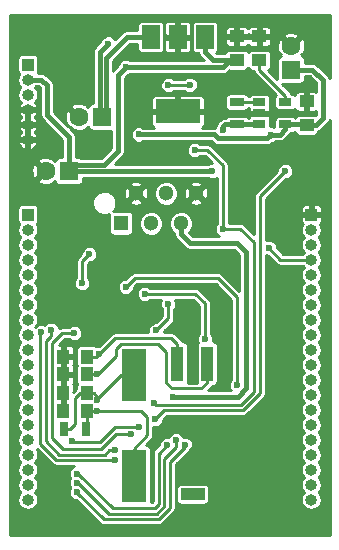
<source format=gbr>
G04 #@! TF.FileFunction,Copper,L2,Bot,Signal*
%FSLAX46Y46*%
G04 Gerber Fmt 4.6, Leading zero omitted, Abs format (unit mm)*
G04 Created by KiCad (PCBNEW 4.0.7) date 07/20/18 15:04:26*
%MOMM*%
%LPD*%
G01*
G04 APERTURE LIST*
%ADD10C,0.100000*%
%ADD11C,0.800000*%
%ADD12R,1.000000X1.250000*%
%ADD13R,1.250000X1.000000*%
%ADD14C,1.300000*%
%ADD15R,1.300000X1.300000*%
%ADD16R,1.300000X0.700000*%
%ADD17R,0.700000X1.300000*%
%ADD18R,1.060000X0.650000*%
%ADD19R,2.000000X4.500000*%
%ADD20R,2.000000X1.000000*%
%ADD21R,1.000000X3.000000*%
%ADD22R,3.800000X2.000000*%
%ADD23R,1.500000X2.000000*%
%ADD24R,1.000000X1.000000*%
%ADD25O,1.000000X1.000000*%
%ADD26R,1.600000X1.600000*%
%ADD27C,1.600000*%
%ADD28C,0.600000*%
%ADD29C,0.250000*%
%ADD30C,0.400000*%
%ADD31C,0.254000*%
G04 APERTURE END LIST*
D10*
D11*
X113700000Y-125900000D03*
X103200000Y-123400000D03*
X116100000Y-103200000D03*
X100800000Y-101900000D03*
X102500000Y-108700000D03*
X99400000Y-113200000D03*
X118600000Y-140300000D03*
X99700000Y-140300000D03*
X114800000Y-136000000D03*
X109500000Y-132100000D03*
X111000000Y-128000000D03*
D12*
X102000000Y-129500000D03*
X100000000Y-129500000D03*
X102009843Y-131000000D03*
X100009843Y-131000000D03*
D13*
X114700000Y-101300000D03*
X114700000Y-99300000D03*
X116600000Y-101300000D03*
X116600000Y-99300000D03*
D12*
X102000000Y-127900000D03*
X100000000Y-127900000D03*
X102000000Y-126400000D03*
X100000000Y-126400000D03*
D13*
X120600000Y-106800000D03*
X120600000Y-104800000D03*
D14*
X106169583Y-112587593D03*
D15*
X104899583Y-115127593D03*
D14*
X107439583Y-115127593D03*
X108709583Y-112587593D03*
X109979583Y-115127593D03*
X111249583Y-112587593D03*
D16*
X114700000Y-104850000D03*
X114700000Y-106750000D03*
D17*
X100050000Y-132500000D03*
X101950000Y-132500000D03*
D18*
X116600000Y-106750000D03*
X116600000Y-105800000D03*
X116600000Y-104850000D03*
X118800000Y-104850000D03*
X118800000Y-106750000D03*
D19*
X106000000Y-128000000D03*
X106000000Y-136500000D03*
D20*
X110950000Y-138050000D03*
D21*
X109660000Y-127000000D03*
X112200000Y-127000000D03*
D22*
X109700000Y-105650000D03*
D23*
X109700000Y-99350000D03*
X112000000Y-99350000D03*
X107400000Y-99350000D03*
D24*
X97000000Y-101680000D03*
D25*
X97000000Y-102950000D03*
X97000000Y-104220000D03*
X97000000Y-105490000D03*
X97000000Y-106760000D03*
X97000000Y-108030000D03*
D24*
X97000000Y-114380000D03*
D25*
X97000000Y-115650000D03*
X97000000Y-116920000D03*
X97000000Y-118190000D03*
X97000000Y-119460000D03*
X97000000Y-120730000D03*
X97000000Y-122000000D03*
X97000000Y-123270000D03*
X97000000Y-124540000D03*
X97000000Y-125810000D03*
X97000000Y-127080000D03*
X97000000Y-128350000D03*
X97000000Y-129620000D03*
X97000000Y-130890000D03*
X97000000Y-132160000D03*
X97000000Y-133430000D03*
X97000000Y-134700000D03*
X97000000Y-135970000D03*
X97000000Y-137240000D03*
X97000000Y-138510000D03*
D24*
X121000000Y-114380000D03*
D25*
X121000000Y-115650000D03*
X121000000Y-116920000D03*
X121000000Y-118190000D03*
X121000000Y-119460000D03*
X121000000Y-120730000D03*
X121000000Y-122000000D03*
X121000000Y-123270000D03*
X121000000Y-124540000D03*
X121000000Y-125810000D03*
X121000000Y-127080000D03*
X121000000Y-128350000D03*
X121000000Y-129620000D03*
X121000000Y-130890000D03*
X121000000Y-132160000D03*
X121000000Y-133430000D03*
X121000000Y-134700000D03*
X121000000Y-135970000D03*
X121000000Y-137240000D03*
X121000000Y-138510000D03*
D26*
X103300000Y-106100000D03*
D27*
X101300000Y-106100000D03*
D26*
X100500000Y-110700000D03*
D27*
X98500000Y-110700000D03*
D26*
X119300000Y-102100000D03*
D27*
X119300000Y-100100000D03*
D11*
X110200000Y-122200000D03*
D28*
X107876538Y-124193793D03*
X108901432Y-121951815D03*
X111117438Y-108930764D03*
X107724871Y-130311388D03*
X113500000Y-115600000D03*
X102893187Y-130046522D03*
X102897830Y-131005321D03*
X105300000Y-101900000D03*
X113537659Y-107213003D03*
X112600000Y-110700000D03*
X118800000Y-110700000D03*
X107779587Y-131713467D03*
X102841316Y-127909911D03*
X103035764Y-126160408D03*
X114735347Y-128817524D03*
X105300000Y-120500000D03*
X106898112Y-121088419D03*
X111998808Y-124931008D03*
X101141068Y-136304764D03*
X108818896Y-133864347D03*
X98154333Y-124340997D03*
X104341796Y-135148730D03*
X101155036Y-137100798D03*
X109550000Y-133500000D03*
X101162874Y-137907197D03*
X110281128Y-133859929D03*
X117603657Y-107604603D03*
X109329914Y-129800000D03*
X106400000Y-107600000D03*
X110709406Y-103398955D03*
X108905011Y-103435779D03*
X102207095Y-117742799D03*
X101600000Y-120200000D03*
X117400000Y-117200000D03*
X105700406Y-132971919D03*
X100926447Y-124429539D03*
X106391187Y-132342693D03*
X100777381Y-133590558D03*
X98964882Y-124148627D03*
X104357891Y-134331239D03*
X103800000Y-99900000D03*
D29*
X107876538Y-124193793D02*
X107885055Y-124193793D01*
X107885055Y-124193793D02*
X108901432Y-123177416D01*
X108901432Y-123177416D02*
X108901432Y-121951815D01*
X107724871Y-130311388D02*
X107879288Y-130465805D01*
X116112055Y-129409931D02*
X116112055Y-116715953D01*
X116112055Y-116715953D02*
X114996102Y-115600000D01*
X114996102Y-115600000D02*
X113500000Y-115600000D01*
X107879288Y-130465805D02*
X115056181Y-130465805D01*
X115056181Y-130465805D02*
X116112055Y-129409931D01*
X111117438Y-108930764D02*
X112207935Y-108930764D01*
X112207935Y-108930764D02*
X113500000Y-110222829D01*
X113500000Y-110222829D02*
X113500000Y-115600000D01*
X102893187Y-130046522D02*
X102893187Y-130021303D01*
X102893187Y-130021303D02*
X104914490Y-128000000D01*
X104914490Y-128000000D02*
X106000000Y-128000000D01*
X102893187Y-130046522D02*
X102893187Y-129791109D01*
X102893187Y-129791109D02*
X102602078Y-129500000D01*
X102602078Y-129500000D02*
X102000000Y-129500000D01*
X101000000Y-129900000D02*
X101400000Y-129500000D01*
X101400000Y-129500000D02*
X102000000Y-129500000D01*
X101000000Y-132100000D02*
X101000000Y-129900000D01*
X100600000Y-132500000D02*
X101000000Y-132100000D01*
X100050000Y-132500000D02*
X100600000Y-132500000D01*
X102897830Y-131005321D02*
X106588109Y-131005321D01*
X106588109Y-131005321D02*
X107105515Y-131522727D01*
X107105515Y-131522727D02*
X107105515Y-133085159D01*
X107105515Y-133085159D02*
X106000000Y-134190674D01*
X106000000Y-134190674D02*
X106000000Y-136500000D01*
X102897830Y-131005321D02*
X102892509Y-131000000D01*
X102892509Y-131000000D02*
X102009843Y-131000000D01*
X102009843Y-131000000D02*
X102009843Y-132440157D01*
X102009843Y-132440157D02*
X101950000Y-132500000D01*
D30*
X105300000Y-101900000D02*
X104645826Y-102554174D01*
X104645826Y-102554174D02*
X104645826Y-108992034D01*
X104645826Y-108992034D02*
X103455765Y-110182095D01*
X103455765Y-110182095D02*
X101017905Y-110182095D01*
X101017905Y-110182095D02*
X100500000Y-110700000D01*
X113537659Y-107213003D02*
X113537659Y-106898208D01*
X113537659Y-106898208D02*
X113685867Y-106750000D01*
X113685867Y-106750000D02*
X114700000Y-106750000D01*
X112600000Y-110700000D02*
X104700000Y-110700000D01*
X104700000Y-110700000D02*
X101900000Y-110700000D01*
X100500000Y-110700000D02*
X100500000Y-107800000D01*
X100500000Y-107800000D02*
X98617826Y-105917826D01*
X98617826Y-105917826D02*
X98617826Y-103417826D01*
X98617826Y-103417826D02*
X98150000Y-102950000D01*
X98150000Y-102950000D02*
X97000000Y-102950000D01*
X114700000Y-101300000D02*
X114100000Y-101300000D01*
X114100000Y-101300000D02*
X113500000Y-101900000D01*
X113500000Y-101900000D02*
X105300000Y-101900000D01*
X100500000Y-110700000D02*
X101900000Y-110700000D01*
X112000000Y-100600000D02*
X112700000Y-101300000D01*
X112700000Y-101300000D02*
X114700000Y-101300000D01*
X112000000Y-99350000D02*
X112000000Y-100600000D01*
X114700000Y-106750000D02*
X116600000Y-106750000D01*
D29*
X107779587Y-131713467D02*
X108543216Y-130949838D01*
X108543216Y-130949838D02*
X115227330Y-130949838D01*
X115227330Y-130949838D02*
X116650683Y-129526485D01*
X116650683Y-129526485D02*
X116650683Y-112849317D01*
X116650683Y-112849317D02*
X118800000Y-110700000D01*
X108000000Y-125300000D02*
X108700000Y-126000000D01*
X102841316Y-127909911D02*
X102910317Y-127909911D01*
X111695408Y-129104592D02*
X112200000Y-128600000D01*
X102910317Y-127909911D02*
X104430362Y-126389866D01*
X104430362Y-126389866D02*
X104430362Y-125785661D01*
X102831405Y-127900000D02*
X102000000Y-127900000D01*
X104430362Y-125785661D02*
X104916023Y-125300000D01*
X108700000Y-126000000D02*
X108700000Y-128600000D01*
X104916023Y-125300000D02*
X108000000Y-125300000D01*
X108700000Y-128600000D02*
X109204592Y-129104592D01*
X102841316Y-127909911D02*
X102831405Y-127900000D01*
X109204592Y-129104592D02*
X111695408Y-129104592D01*
X112200000Y-128600000D02*
X112200000Y-127000000D01*
X103039589Y-126168252D02*
X103048976Y-126168252D01*
X103048976Y-126168252D02*
X104373648Y-124843580D01*
X104373648Y-124843580D02*
X109159549Y-124843580D01*
X109660000Y-125344031D02*
X109660000Y-127000000D01*
X109159549Y-124843580D02*
X109660000Y-125344031D01*
X102000000Y-126400000D02*
X102796172Y-126400000D01*
X102796172Y-126400000D02*
X103035764Y-126160408D01*
X114735347Y-128817524D02*
X114747647Y-128805224D01*
X114747647Y-128805224D02*
X114747647Y-121374090D01*
X114747647Y-121374090D02*
X113106921Y-119733364D01*
X113106921Y-119733364D02*
X106066636Y-119733364D01*
X106066636Y-119733364D02*
X105300000Y-120500000D01*
X106898112Y-121088419D02*
X111188419Y-121088419D01*
X112003422Y-121903422D02*
X112003422Y-124926394D01*
X111188419Y-121088419D02*
X112003422Y-121903422D01*
X112003422Y-124926394D02*
X111998808Y-124931008D01*
X101141068Y-136304764D02*
X101279180Y-136304764D01*
X101279180Y-136304764D02*
X104198841Y-139224425D01*
X104198841Y-139224425D02*
X107732321Y-139224425D01*
X107732321Y-139224425D02*
X108075659Y-138881087D01*
X108075659Y-138881087D02*
X108075659Y-134626471D01*
X108075659Y-134626471D02*
X108818896Y-133883234D01*
X108818896Y-133883234D02*
X108818896Y-133864347D01*
X98154333Y-124340997D02*
X98149752Y-124340997D01*
X98056002Y-133831650D02*
X99373082Y-135148730D01*
X98149752Y-124340997D02*
X98056002Y-124434747D01*
X98056002Y-124434747D02*
X98056002Y-133831650D01*
X99373082Y-135148730D02*
X104341796Y-135148730D01*
X101155036Y-137100798D02*
X101269264Y-137100798D01*
X101269264Y-137100798D02*
X103883788Y-139715322D01*
X103883788Y-139715322D02*
X107908693Y-139715322D01*
X107908693Y-139715322D02*
X108528887Y-139095128D01*
X108528887Y-139095128D02*
X108528887Y-135101322D01*
X108528887Y-135101322D02*
X109550000Y-134080209D01*
X109550000Y-134080209D02*
X109550000Y-133500000D01*
X101162874Y-137907197D02*
X101162874Y-137922471D01*
X101162874Y-137922471D02*
X103418165Y-140177762D01*
X103418165Y-140177762D02*
X108093897Y-140177762D01*
X109036071Y-135316821D02*
X110281128Y-134071764D01*
X108093897Y-140177762D02*
X109036071Y-139235588D01*
X109036071Y-139235588D02*
X109036071Y-135316821D01*
X110281128Y-134071764D02*
X110281128Y-133859929D01*
D30*
X109329914Y-129800000D02*
X114800000Y-129800000D01*
X114800000Y-129800000D02*
X115500000Y-129100000D01*
X115500000Y-129100000D02*
X115500000Y-117569614D01*
X115500000Y-117569614D02*
X114716519Y-116786133D01*
X114716519Y-116786133D02*
X110725773Y-116786133D01*
X110725773Y-116786133D02*
X109979583Y-116039943D01*
X109979583Y-116039943D02*
X109979583Y-115127593D01*
X117603657Y-107604603D02*
X118328731Y-107604603D01*
X118328731Y-107604603D02*
X118800000Y-107133334D01*
X118800000Y-107133334D02*
X118800000Y-106750000D01*
X117603657Y-107604603D02*
X117274909Y-107933351D01*
X117274909Y-107933351D02*
X113124742Y-107933351D01*
X113124742Y-107933351D02*
X112785815Y-107594424D01*
X112785815Y-107594424D02*
X106405576Y-107594424D01*
X106405576Y-107594424D02*
X106400000Y-107600000D01*
X122000000Y-103000000D02*
X121100000Y-102100000D01*
X121100000Y-102100000D02*
X119300000Y-102100000D01*
X122000000Y-106200000D02*
X122000000Y-103000000D01*
X121400000Y-106800000D02*
X122000000Y-106200000D01*
X120600000Y-106800000D02*
X121400000Y-106800000D01*
X118800000Y-106750000D02*
X120550000Y-106750000D01*
X120550000Y-106750000D02*
X120600000Y-106800000D01*
D29*
X116600000Y-102100000D02*
X118800000Y-104300000D01*
X118800000Y-104300000D02*
X118800000Y-104850000D01*
X116600000Y-101300000D02*
X116600000Y-102100000D01*
X110709406Y-103398955D02*
X110672582Y-103435779D01*
X110672582Y-103435779D02*
X108905011Y-103435779D01*
X102207095Y-117742799D02*
X101600000Y-118349894D01*
X101600000Y-118349894D02*
X101600000Y-120200000D01*
X121000000Y-118190000D02*
X118390000Y-118190000D01*
X118390000Y-118190000D02*
X117400000Y-117200000D01*
X114700000Y-104850000D02*
X116600000Y-104850000D01*
X105700406Y-132971919D02*
X104428081Y-132971919D01*
X99087665Y-133330989D02*
X99087665Y-125244567D01*
X104428081Y-132971919D02*
X103162508Y-134237492D01*
X103162508Y-134237492D02*
X99994168Y-134237492D01*
X99994168Y-134237492D02*
X99087665Y-133330989D01*
X99087665Y-125244567D02*
X99896312Y-124435920D01*
X99896312Y-124435920D02*
X100920066Y-124435920D01*
X100920066Y-124435920D02*
X100926447Y-124429539D01*
X106391187Y-132342693D02*
X104357307Y-132342693D01*
X100786823Y-133600000D02*
X100777381Y-133590558D01*
X104357307Y-132342693D02*
X103100000Y-133600000D01*
X103100000Y-133600000D02*
X100786823Y-133600000D01*
X98964882Y-124148627D02*
X98964882Y-124699803D01*
X98964882Y-124699803D02*
X98571834Y-125092851D01*
X98571834Y-133588907D02*
X99678608Y-134695681D01*
X98571834Y-125092851D02*
X98571834Y-133588907D01*
X99678608Y-134695681D02*
X103504319Y-134695681D01*
X103504319Y-134695681D02*
X103868761Y-134331239D01*
X103868761Y-134331239D02*
X104357891Y-134331239D01*
D30*
X104038981Y-100696706D02*
X103627777Y-101107910D01*
X103627777Y-101107910D02*
X103627777Y-105772223D01*
X103627777Y-105772223D02*
X103300000Y-106100000D01*
X104038981Y-100696706D02*
X105385687Y-99350000D01*
X105385687Y-99350000D02*
X107400000Y-99350000D01*
D29*
X103800000Y-99900000D02*
X103782569Y-99900000D01*
D30*
X103085015Y-100597554D02*
X103085015Y-105946205D01*
X103782569Y-99900000D02*
X103085015Y-100597554D01*
X103085015Y-105946205D02*
X103289163Y-106150353D01*
D31*
G36*
X122544000Y-102813989D02*
X122536774Y-102777661D01*
X122410829Y-102589171D01*
X121510829Y-101689171D01*
X121322339Y-101563226D01*
X121100000Y-101519000D01*
X120488464Y-101519000D01*
X120488464Y-101300000D01*
X120461897Y-101158810D01*
X120378454Y-101029135D01*
X120251134Y-100942141D01*
X120173058Y-100926330D01*
X120239498Y-100859890D01*
X120168746Y-100789138D01*
X120343383Y-100701082D01*
X120493984Y-100256041D01*
X120462812Y-99787245D01*
X120343383Y-99498918D01*
X120168744Y-99410861D01*
X119479605Y-100100000D01*
X119493748Y-100114143D01*
X119314143Y-100293748D01*
X119300000Y-100279605D01*
X119285858Y-100293748D01*
X119106253Y-100114143D01*
X119120395Y-100100000D01*
X118431256Y-99410861D01*
X118256617Y-99498918D01*
X118106016Y-99943959D01*
X118137188Y-100412755D01*
X118256617Y-100701082D01*
X118431254Y-100789138D01*
X118360502Y-100859890D01*
X118426061Y-100925449D01*
X118358810Y-100938103D01*
X118229135Y-101021546D01*
X118142141Y-101148866D01*
X118111536Y-101300000D01*
X118111536Y-102895944D01*
X117373065Y-102157473D01*
X117495865Y-102078454D01*
X117582859Y-101951134D01*
X117613464Y-101800000D01*
X117613464Y-100800000D01*
X117586897Y-100658810D01*
X117503454Y-100529135D01*
X117376134Y-100442141D01*
X117225000Y-100411536D01*
X115975000Y-100411536D01*
X115833810Y-100438103D01*
X115704135Y-100521546D01*
X115649770Y-100601112D01*
X115603454Y-100529135D01*
X115476134Y-100442141D01*
X115325000Y-100411536D01*
X114075000Y-100411536D01*
X113933810Y-100438103D01*
X113804135Y-100521546D01*
X113717141Y-100648866D01*
X113702939Y-100719000D01*
X112940658Y-100719000D01*
X112916968Y-100695310D01*
X113020865Y-100628454D01*
X113107859Y-100501134D01*
X113138464Y-100350000D01*
X113138464Y-99522250D01*
X113694000Y-99522250D01*
X113694000Y-99875786D01*
X113752004Y-100015820D01*
X113859181Y-100122996D01*
X113999215Y-100181000D01*
X114477750Y-100181000D01*
X114573000Y-100085750D01*
X114573000Y-99427000D01*
X114827000Y-99427000D01*
X114827000Y-100085750D01*
X114922250Y-100181000D01*
X115400785Y-100181000D01*
X115540819Y-100122996D01*
X115647996Y-100015820D01*
X115650000Y-100010982D01*
X115652004Y-100015820D01*
X115759181Y-100122996D01*
X115899215Y-100181000D01*
X116377750Y-100181000D01*
X116473000Y-100085750D01*
X116473000Y-99427000D01*
X116727000Y-99427000D01*
X116727000Y-100085750D01*
X116822250Y-100181000D01*
X117300785Y-100181000D01*
X117440819Y-100122996D01*
X117547996Y-100015820D01*
X117606000Y-99875786D01*
X117606000Y-99522250D01*
X117510750Y-99427000D01*
X116727000Y-99427000D01*
X116473000Y-99427000D01*
X115689250Y-99427000D01*
X115650000Y-99466250D01*
X115610750Y-99427000D01*
X114827000Y-99427000D01*
X114573000Y-99427000D01*
X113789250Y-99427000D01*
X113694000Y-99522250D01*
X113138464Y-99522250D01*
X113138464Y-99231256D01*
X118610861Y-99231256D01*
X119300000Y-99920395D01*
X119989139Y-99231256D01*
X119901082Y-99056617D01*
X119456041Y-98906016D01*
X118987245Y-98937188D01*
X118698918Y-99056617D01*
X118610861Y-99231256D01*
X113138464Y-99231256D01*
X113138464Y-98724214D01*
X113694000Y-98724214D01*
X113694000Y-99077750D01*
X113789250Y-99173000D01*
X114573000Y-99173000D01*
X114573000Y-98514250D01*
X114827000Y-98514250D01*
X114827000Y-99173000D01*
X115610750Y-99173000D01*
X115650000Y-99133750D01*
X115689250Y-99173000D01*
X116473000Y-99173000D01*
X116473000Y-98514250D01*
X116727000Y-98514250D01*
X116727000Y-99173000D01*
X117510750Y-99173000D01*
X117606000Y-99077750D01*
X117606000Y-98724214D01*
X117547996Y-98584180D01*
X117440819Y-98477004D01*
X117300785Y-98419000D01*
X116822250Y-98419000D01*
X116727000Y-98514250D01*
X116473000Y-98514250D01*
X116377750Y-98419000D01*
X115899215Y-98419000D01*
X115759181Y-98477004D01*
X115652004Y-98584180D01*
X115650000Y-98589018D01*
X115647996Y-98584180D01*
X115540819Y-98477004D01*
X115400785Y-98419000D01*
X114922250Y-98419000D01*
X114827000Y-98514250D01*
X114573000Y-98514250D01*
X114477750Y-98419000D01*
X113999215Y-98419000D01*
X113859181Y-98477004D01*
X113752004Y-98584180D01*
X113694000Y-98724214D01*
X113138464Y-98724214D01*
X113138464Y-98350000D01*
X113111897Y-98208810D01*
X113028454Y-98079135D01*
X112901134Y-97992141D01*
X112750000Y-97961536D01*
X111250000Y-97961536D01*
X111108810Y-97988103D01*
X110979135Y-98071546D01*
X110892141Y-98198866D01*
X110861536Y-98350000D01*
X110861536Y-100350000D01*
X110888103Y-100491190D01*
X110971546Y-100620865D01*
X111098866Y-100707859D01*
X111250000Y-100738464D01*
X111446542Y-100738464D01*
X111463226Y-100822339D01*
X111589171Y-101010829D01*
X111897342Y-101319000D01*
X105676595Y-101319000D01*
X105436054Y-101219118D01*
X105165135Y-101218882D01*
X104914748Y-101322339D01*
X104723013Y-101513741D01*
X104622471Y-101755871D01*
X104234997Y-102143345D01*
X104208777Y-102182586D01*
X104208777Y-101348568D01*
X105626345Y-99931000D01*
X106261536Y-99931000D01*
X106261536Y-100350000D01*
X106288103Y-100491190D01*
X106371546Y-100620865D01*
X106498866Y-100707859D01*
X106650000Y-100738464D01*
X108150000Y-100738464D01*
X108291190Y-100711897D01*
X108420865Y-100628454D01*
X108507859Y-100501134D01*
X108538464Y-100350000D01*
X108538464Y-99572250D01*
X108569000Y-99572250D01*
X108569000Y-100425786D01*
X108627004Y-100565820D01*
X108734181Y-100672996D01*
X108874215Y-100731000D01*
X109477750Y-100731000D01*
X109573000Y-100635750D01*
X109573000Y-99477000D01*
X109827000Y-99477000D01*
X109827000Y-100635750D01*
X109922250Y-100731000D01*
X110525785Y-100731000D01*
X110665819Y-100672996D01*
X110772996Y-100565820D01*
X110831000Y-100425786D01*
X110831000Y-99572250D01*
X110735750Y-99477000D01*
X109827000Y-99477000D01*
X109573000Y-99477000D01*
X108664250Y-99477000D01*
X108569000Y-99572250D01*
X108538464Y-99572250D01*
X108538464Y-98350000D01*
X108524204Y-98274214D01*
X108569000Y-98274214D01*
X108569000Y-99127750D01*
X108664250Y-99223000D01*
X109573000Y-99223000D01*
X109573000Y-98064250D01*
X109827000Y-98064250D01*
X109827000Y-99223000D01*
X110735750Y-99223000D01*
X110831000Y-99127750D01*
X110831000Y-98274214D01*
X110772996Y-98134180D01*
X110665819Y-98027004D01*
X110525785Y-97969000D01*
X109922250Y-97969000D01*
X109827000Y-98064250D01*
X109573000Y-98064250D01*
X109477750Y-97969000D01*
X108874215Y-97969000D01*
X108734181Y-98027004D01*
X108627004Y-98134180D01*
X108569000Y-98274214D01*
X108524204Y-98274214D01*
X108511897Y-98208810D01*
X108428454Y-98079135D01*
X108301134Y-97992141D01*
X108150000Y-97961536D01*
X106650000Y-97961536D01*
X106508810Y-97988103D01*
X106379135Y-98071546D01*
X106292141Y-98198866D01*
X106261536Y-98350000D01*
X106261536Y-98769000D01*
X105385687Y-98769000D01*
X105163348Y-98813226D01*
X104974858Y-98939171D01*
X104383982Y-99530047D01*
X104377661Y-99514748D01*
X104186259Y-99323013D01*
X103936054Y-99219118D01*
X103665135Y-99218882D01*
X103414748Y-99322339D01*
X103223013Y-99513741D01*
X103134849Y-99726062D01*
X102674186Y-100186725D01*
X102548241Y-100375215D01*
X102504015Y-100597554D01*
X102504015Y-104911536D01*
X102500000Y-104911536D01*
X102358810Y-104938103D01*
X102229135Y-105021546D01*
X102142141Y-105148866D01*
X102126330Y-105226942D01*
X102059890Y-105160502D01*
X101989138Y-105231254D01*
X101901082Y-105056617D01*
X101456041Y-104906016D01*
X100987245Y-104937188D01*
X100698918Y-105056617D01*
X100610861Y-105231256D01*
X101300000Y-105920395D01*
X101314143Y-105906253D01*
X101493748Y-106085858D01*
X101479605Y-106100000D01*
X101493748Y-106114143D01*
X101314143Y-106293748D01*
X101300000Y-106279605D01*
X101285858Y-106293748D01*
X101106253Y-106114143D01*
X101120395Y-106100000D01*
X100431256Y-105410861D01*
X100256617Y-105498918D01*
X100106016Y-105943959D01*
X100137188Y-106412755D01*
X100256617Y-106701082D01*
X100431254Y-106789138D01*
X100371025Y-106849367D01*
X99198826Y-105677168D01*
X99198826Y-103417826D01*
X99154600Y-103195487D01*
X99028655Y-103006997D01*
X98560829Y-102539171D01*
X98372339Y-102413226D01*
X98150000Y-102369000D01*
X97831986Y-102369000D01*
X97857859Y-102331134D01*
X97888464Y-102180000D01*
X97888464Y-101180000D01*
X97861897Y-101038810D01*
X97778454Y-100909135D01*
X97651134Y-100822141D01*
X97500000Y-100791536D01*
X96500000Y-100791536D01*
X96358810Y-100818103D01*
X96229135Y-100901546D01*
X96142141Y-101028866D01*
X96111536Y-101180000D01*
X96111536Y-102180000D01*
X96138103Y-102321190D01*
X96221546Y-102450865D01*
X96259646Y-102476898D01*
X96168802Y-102612856D01*
X96101740Y-102950000D01*
X96168802Y-103287144D01*
X96359779Y-103572961D01*
X96377797Y-103585000D01*
X96359779Y-103597039D01*
X96168802Y-103882856D01*
X96101740Y-104220000D01*
X96168802Y-104557144D01*
X96359779Y-104842961D01*
X96393665Y-104865603D01*
X96220039Y-105080305D01*
X96158802Y-105228184D01*
X96224581Y-105363000D01*
X96873000Y-105363000D01*
X96873000Y-105343000D01*
X97127000Y-105343000D01*
X97127000Y-105363000D01*
X97775419Y-105363000D01*
X97841198Y-105228184D01*
X97779961Y-105080305D01*
X97606335Y-104865603D01*
X97640221Y-104842961D01*
X97831198Y-104557144D01*
X97898260Y-104220000D01*
X97831198Y-103882856D01*
X97640221Y-103597039D01*
X97622203Y-103585000D01*
X97640221Y-103572961D01*
X97668258Y-103531000D01*
X97909342Y-103531000D01*
X98036826Y-103658484D01*
X98036826Y-105917826D01*
X98081052Y-106140165D01*
X98206997Y-106328655D01*
X99919000Y-108040658D01*
X99919000Y-109511536D01*
X99700000Y-109511536D01*
X99558810Y-109538103D01*
X99429135Y-109621546D01*
X99342141Y-109748866D01*
X99326330Y-109826942D01*
X99259890Y-109760502D01*
X99189138Y-109831254D01*
X99101082Y-109656617D01*
X98656041Y-109506016D01*
X98187245Y-109537188D01*
X97898918Y-109656617D01*
X97810861Y-109831256D01*
X98500000Y-110520395D01*
X98514143Y-110506253D01*
X98693748Y-110685858D01*
X98679605Y-110700000D01*
X98693748Y-110714143D01*
X98514143Y-110893748D01*
X98500000Y-110879605D01*
X97810861Y-111568744D01*
X97898918Y-111743383D01*
X98343959Y-111893984D01*
X98812755Y-111862812D01*
X99101082Y-111743383D01*
X99189138Y-111568746D01*
X99259890Y-111639498D01*
X99325449Y-111573939D01*
X99338103Y-111641190D01*
X99421546Y-111770865D01*
X99548866Y-111857859D01*
X99700000Y-111888464D01*
X101300000Y-111888464D01*
X101441190Y-111861897D01*
X101494139Y-111827825D01*
X105589420Y-111827825D01*
X106169583Y-112407988D01*
X106749746Y-111827825D01*
X106680191Y-111668737D01*
X106289693Y-111543279D01*
X105880909Y-111576809D01*
X105658975Y-111668737D01*
X105589420Y-111827825D01*
X101494139Y-111827825D01*
X101570865Y-111778454D01*
X101657859Y-111651134D01*
X101688464Y-111500000D01*
X101688464Y-111281000D01*
X112223405Y-111281000D01*
X112463946Y-111380882D01*
X112734865Y-111381118D01*
X112985252Y-111277661D01*
X112994000Y-111268928D01*
X112994000Y-115142877D01*
X112923013Y-115213741D01*
X112819118Y-115463946D01*
X112818882Y-115734865D01*
X112922339Y-115985252D01*
X113113741Y-116176987D01*
X113181524Y-116205133D01*
X110966431Y-116205133D01*
X110663224Y-115901926D01*
X110853112Y-115712370D01*
X111010403Y-115333571D01*
X111010761Y-114923414D01*
X110854132Y-114544342D01*
X110564360Y-114254064D01*
X110185561Y-114096773D01*
X109775404Y-114096415D01*
X109396332Y-114253044D01*
X109106054Y-114542816D01*
X108948763Y-114921615D01*
X108948405Y-115331772D01*
X109105034Y-115710844D01*
X109394806Y-116001122D01*
X109398583Y-116002690D01*
X109398583Y-116039943D01*
X109442809Y-116262282D01*
X109568754Y-116450772D01*
X110314944Y-117196962D01*
X110503434Y-117322907D01*
X110725773Y-117367133D01*
X114475861Y-117367133D01*
X114919000Y-117810272D01*
X114919000Y-120829851D01*
X113464717Y-119375568D01*
X113300559Y-119265881D01*
X113106921Y-119227364D01*
X106066636Y-119227364D01*
X105872998Y-119265881D01*
X105708840Y-119375568D01*
X105265439Y-119818969D01*
X105165135Y-119818882D01*
X104914748Y-119922339D01*
X104723013Y-120113741D01*
X104619118Y-120363946D01*
X104618882Y-120634865D01*
X104722339Y-120885252D01*
X104913741Y-121076987D01*
X105163946Y-121180882D01*
X105434865Y-121181118D01*
X105685252Y-121077661D01*
X105876987Y-120886259D01*
X105980882Y-120636054D01*
X105980970Y-120534622D01*
X106276228Y-120239364D01*
X112897329Y-120239364D01*
X114241647Y-121583682D01*
X114241647Y-128348123D01*
X114158360Y-128431265D01*
X114054465Y-128681470D01*
X114054229Y-128952389D01*
X114157686Y-129202776D01*
X114173882Y-129219000D01*
X112296592Y-129219000D01*
X112557796Y-128957796D01*
X112604122Y-128888464D01*
X112700000Y-128888464D01*
X112841190Y-128861897D01*
X112970865Y-128778454D01*
X113057859Y-128651134D01*
X113088464Y-128500000D01*
X113088464Y-125500000D01*
X113061897Y-125358810D01*
X112978454Y-125229135D01*
X112851134Y-125142141D01*
X112700000Y-125111536D01*
X112661223Y-125111536D01*
X112679690Y-125067062D01*
X112679926Y-124796143D01*
X112576469Y-124545756D01*
X112509422Y-124478592D01*
X112509422Y-121903422D01*
X112470905Y-121709784D01*
X112361218Y-121545626D01*
X111546215Y-120730623D01*
X111382057Y-120620936D01*
X111188419Y-120582419D01*
X107355235Y-120582419D01*
X107284371Y-120511432D01*
X107034166Y-120407537D01*
X106763247Y-120407301D01*
X106512860Y-120510758D01*
X106321125Y-120702160D01*
X106217230Y-120952365D01*
X106216994Y-121223284D01*
X106320451Y-121473671D01*
X106511853Y-121665406D01*
X106762058Y-121769301D01*
X107032977Y-121769537D01*
X107283364Y-121666080D01*
X107355150Y-121594419D01*
X108312460Y-121594419D01*
X108220550Y-121815761D01*
X108220314Y-122086680D01*
X108323771Y-122337067D01*
X108395432Y-122408853D01*
X108395432Y-122967824D01*
X107850486Y-123512770D01*
X107741673Y-123512675D01*
X107491286Y-123616132D01*
X107299551Y-123807534D01*
X107195656Y-124057739D01*
X107195420Y-124328658D01*
X107199106Y-124337580D01*
X104373648Y-124337580D01*
X104180010Y-124376097D01*
X104015852Y-124485784D01*
X103022240Y-125479396D01*
X102900899Y-125479290D01*
X102791542Y-125524475D01*
X102778454Y-125504135D01*
X102651134Y-125417141D01*
X102500000Y-125386536D01*
X101500000Y-125386536D01*
X101358810Y-125413103D01*
X101229135Y-125496546D01*
X101142141Y-125623866D01*
X101111536Y-125775000D01*
X101111536Y-127025000D01*
X101135920Y-127154588D01*
X101111536Y-127275000D01*
X101111536Y-128525000D01*
X101138103Y-128666190D01*
X101159175Y-128698936D01*
X101142141Y-128723866D01*
X101111536Y-128875000D01*
X101111536Y-129095878D01*
X101042204Y-129142204D01*
X100811410Y-129372998D01*
X100785752Y-129372998D01*
X100881000Y-129277750D01*
X100881000Y-128799215D01*
X100839904Y-128700000D01*
X100881000Y-128600785D01*
X100881000Y-128122250D01*
X100785750Y-128027000D01*
X100127000Y-128027000D01*
X100127000Y-129373000D01*
X100147000Y-129373000D01*
X100147000Y-129627000D01*
X100127000Y-129627000D01*
X100127000Y-130410750D01*
X100136843Y-130420593D01*
X100136843Y-130873000D01*
X100156843Y-130873000D01*
X100156843Y-131127000D01*
X100136843Y-131127000D01*
X100136843Y-131147000D01*
X99882843Y-131147000D01*
X99882843Y-131127000D01*
X99862843Y-131127000D01*
X99862843Y-130873000D01*
X99882843Y-130873000D01*
X99882843Y-130089250D01*
X99873000Y-130079407D01*
X99873000Y-129627000D01*
X99853000Y-129627000D01*
X99853000Y-129373000D01*
X99873000Y-129373000D01*
X99873000Y-128027000D01*
X99853000Y-128027000D01*
X99853000Y-127773000D01*
X99873000Y-127773000D01*
X99873000Y-126527000D01*
X100127000Y-126527000D01*
X100127000Y-127773000D01*
X100785750Y-127773000D01*
X100881000Y-127677750D01*
X100881000Y-127199215D01*
X100860614Y-127150000D01*
X100881000Y-127100785D01*
X100881000Y-126622250D01*
X100785750Y-126527000D01*
X100127000Y-126527000D01*
X99873000Y-126527000D01*
X99853000Y-126527000D01*
X99853000Y-126273000D01*
X99873000Y-126273000D01*
X99873000Y-125489250D01*
X100127000Y-125489250D01*
X100127000Y-126273000D01*
X100785750Y-126273000D01*
X100881000Y-126177750D01*
X100881000Y-125699215D01*
X100822996Y-125559181D01*
X100715820Y-125452004D01*
X100575786Y-125394000D01*
X100222250Y-125394000D01*
X100127000Y-125489250D01*
X99873000Y-125489250D01*
X99777750Y-125394000D01*
X99653824Y-125394000D01*
X100105904Y-124941920D01*
X100475694Y-124941920D01*
X100540188Y-125006526D01*
X100790393Y-125110421D01*
X101061312Y-125110657D01*
X101311699Y-125007200D01*
X101503434Y-124815798D01*
X101607329Y-124565593D01*
X101607565Y-124294674D01*
X101504108Y-124044287D01*
X101312706Y-123852552D01*
X101062501Y-123748657D01*
X100791582Y-123748421D01*
X100541195Y-123851878D01*
X100463017Y-123929920D01*
X99896312Y-123929920D01*
X99702674Y-123968437D01*
X99643586Y-124007919D01*
X99542543Y-123763375D01*
X99351141Y-123571640D01*
X99100936Y-123467745D01*
X98830017Y-123467509D01*
X98579630Y-123570966D01*
X98431591Y-123718748D01*
X98290387Y-123660115D01*
X98019468Y-123659879D01*
X97769081Y-123763336D01*
X97642205Y-123889991D01*
X97831198Y-123607144D01*
X97898260Y-123270000D01*
X97831198Y-122932856D01*
X97640221Y-122647039D01*
X97622203Y-122635000D01*
X97640221Y-122622961D01*
X97831198Y-122337144D01*
X97898260Y-122000000D01*
X97831198Y-121662856D01*
X97640221Y-121377039D01*
X97622203Y-121365000D01*
X97640221Y-121352961D01*
X97831198Y-121067144D01*
X97898260Y-120730000D01*
X97831198Y-120392856D01*
X97792450Y-120334865D01*
X100918882Y-120334865D01*
X101022339Y-120585252D01*
X101213741Y-120776987D01*
X101463946Y-120880882D01*
X101734865Y-120881118D01*
X101985252Y-120777661D01*
X102176987Y-120586259D01*
X102280882Y-120336054D01*
X102281118Y-120065135D01*
X102177661Y-119814748D01*
X102106000Y-119742962D01*
X102106000Y-118559486D01*
X102241656Y-118423830D01*
X102341960Y-118423917D01*
X102592347Y-118320460D01*
X102784082Y-118129058D01*
X102887977Y-117878853D01*
X102888213Y-117607934D01*
X102784756Y-117357547D01*
X102593354Y-117165812D01*
X102343149Y-117061917D01*
X102072230Y-117061681D01*
X101821843Y-117165138D01*
X101630108Y-117356540D01*
X101526213Y-117606745D01*
X101526125Y-117708177D01*
X101242204Y-117992098D01*
X101132517Y-118156256D01*
X101094000Y-118349894D01*
X101094000Y-119742877D01*
X101023013Y-119813741D01*
X100919118Y-120063946D01*
X100918882Y-120334865D01*
X97792450Y-120334865D01*
X97640221Y-120107039D01*
X97622203Y-120095000D01*
X97640221Y-120082961D01*
X97831198Y-119797144D01*
X97898260Y-119460000D01*
X97831198Y-119122856D01*
X97640221Y-118837039D01*
X97622203Y-118825000D01*
X97640221Y-118812961D01*
X97831198Y-118527144D01*
X97898260Y-118190000D01*
X97831198Y-117852856D01*
X97640221Y-117567039D01*
X97622203Y-117555000D01*
X97640221Y-117542961D01*
X97831198Y-117257144D01*
X97898260Y-116920000D01*
X97831198Y-116582856D01*
X97640221Y-116297039D01*
X97622203Y-116285000D01*
X97640221Y-116272961D01*
X97831198Y-115987144D01*
X97898260Y-115650000D01*
X97831198Y-115312856D01*
X97740909Y-115177730D01*
X97770865Y-115158454D01*
X97857859Y-115031134D01*
X97888464Y-114880000D01*
X97888464Y-113880000D01*
X97861897Y-113738810D01*
X97778454Y-113609135D01*
X97756438Y-113594092D01*
X102437825Y-113594092D01*
X102594454Y-113973164D01*
X102884226Y-114263442D01*
X103263025Y-114420733D01*
X103673182Y-114421091D01*
X103890767Y-114331187D01*
X103861119Y-114477593D01*
X103861119Y-115777593D01*
X103887686Y-115918783D01*
X103971129Y-116048458D01*
X104098449Y-116135452D01*
X104249583Y-116166057D01*
X105549583Y-116166057D01*
X105690773Y-116139490D01*
X105820448Y-116056047D01*
X105907442Y-115928727D01*
X105938047Y-115777593D01*
X105938047Y-115331772D01*
X106408405Y-115331772D01*
X106565034Y-115710844D01*
X106854806Y-116001122D01*
X107233605Y-116158413D01*
X107643762Y-116158771D01*
X108022834Y-116002142D01*
X108313112Y-115712370D01*
X108470403Y-115333571D01*
X108470761Y-114923414D01*
X108314132Y-114544342D01*
X108024360Y-114254064D01*
X107645561Y-114096773D01*
X107235404Y-114096415D01*
X106856332Y-114253044D01*
X106566054Y-114542816D01*
X106408763Y-114921615D01*
X106408405Y-115331772D01*
X105938047Y-115331772D01*
X105938047Y-114477593D01*
X105911480Y-114336403D01*
X105828037Y-114206728D01*
X105700717Y-114119734D01*
X105549583Y-114089129D01*
X104249583Y-114089129D01*
X104222855Y-114094158D01*
X104342532Y-113974690D01*
X104499823Y-113595891D01*
X104500039Y-113347361D01*
X105589420Y-113347361D01*
X105658975Y-113506449D01*
X106049473Y-113631907D01*
X106458257Y-113598377D01*
X106680191Y-113506449D01*
X106749746Y-113347361D01*
X106169583Y-112767198D01*
X105589420Y-113347361D01*
X104500039Y-113347361D01*
X104500181Y-113185734D01*
X104343552Y-112806662D01*
X104053780Y-112516384D01*
X103936014Y-112467483D01*
X105125269Y-112467483D01*
X105158799Y-112876267D01*
X105250727Y-113098201D01*
X105409815Y-113167756D01*
X105989978Y-112587593D01*
X106349188Y-112587593D01*
X106929351Y-113167756D01*
X107088439Y-113098201D01*
X107186887Y-112791772D01*
X107678405Y-112791772D01*
X107835034Y-113170844D01*
X108124806Y-113461122D01*
X108503605Y-113618413D01*
X108913762Y-113618771D01*
X109292834Y-113462142D01*
X109407815Y-113347361D01*
X110669420Y-113347361D01*
X110738975Y-113506449D01*
X111129473Y-113631907D01*
X111538257Y-113598377D01*
X111760191Y-113506449D01*
X111829746Y-113347361D01*
X111249583Y-112767198D01*
X110669420Y-113347361D01*
X109407815Y-113347361D01*
X109583112Y-113172370D01*
X109740403Y-112793571D01*
X109740687Y-112467483D01*
X110205269Y-112467483D01*
X110238799Y-112876267D01*
X110330727Y-113098201D01*
X110489815Y-113167756D01*
X111069978Y-112587593D01*
X111429188Y-112587593D01*
X112009351Y-113167756D01*
X112168439Y-113098201D01*
X112293897Y-112707703D01*
X112260367Y-112298919D01*
X112168439Y-112076985D01*
X112009351Y-112007430D01*
X111429188Y-112587593D01*
X111069978Y-112587593D01*
X110489815Y-112007430D01*
X110330727Y-112076985D01*
X110205269Y-112467483D01*
X109740687Y-112467483D01*
X109740761Y-112383414D01*
X109584132Y-112004342D01*
X109407923Y-111827825D01*
X110669420Y-111827825D01*
X111249583Y-112407988D01*
X111829746Y-111827825D01*
X111760191Y-111668737D01*
X111369693Y-111543279D01*
X110960909Y-111576809D01*
X110738975Y-111668737D01*
X110669420Y-111827825D01*
X109407923Y-111827825D01*
X109294360Y-111714064D01*
X108915561Y-111556773D01*
X108505404Y-111556415D01*
X108126332Y-111713044D01*
X107836054Y-112002816D01*
X107678763Y-112381615D01*
X107678405Y-112791772D01*
X107186887Y-112791772D01*
X107213897Y-112707703D01*
X107180367Y-112298919D01*
X107088439Y-112076985D01*
X106929351Y-112007430D01*
X106349188Y-112587593D01*
X105989978Y-112587593D01*
X105409815Y-112007430D01*
X105250727Y-112076985D01*
X105125269Y-112467483D01*
X103936014Y-112467483D01*
X103674981Y-112359093D01*
X103264824Y-112358735D01*
X102885752Y-112515364D01*
X102595474Y-112805136D01*
X102438183Y-113183935D01*
X102437825Y-113594092D01*
X97756438Y-113594092D01*
X97651134Y-113522141D01*
X97500000Y-113491536D01*
X96500000Y-113491536D01*
X96358810Y-113518103D01*
X96229135Y-113601546D01*
X96142141Y-113728866D01*
X96111536Y-113880000D01*
X96111536Y-114880000D01*
X96138103Y-115021190D01*
X96221546Y-115150865D01*
X96259646Y-115176898D01*
X96168802Y-115312856D01*
X96101740Y-115650000D01*
X96168802Y-115987144D01*
X96359779Y-116272961D01*
X96377797Y-116285000D01*
X96359779Y-116297039D01*
X96168802Y-116582856D01*
X96101740Y-116920000D01*
X96168802Y-117257144D01*
X96359779Y-117542961D01*
X96377797Y-117555000D01*
X96359779Y-117567039D01*
X96168802Y-117852856D01*
X96101740Y-118190000D01*
X96168802Y-118527144D01*
X96359779Y-118812961D01*
X96377797Y-118825000D01*
X96359779Y-118837039D01*
X96168802Y-119122856D01*
X96101740Y-119460000D01*
X96168802Y-119797144D01*
X96359779Y-120082961D01*
X96377797Y-120095000D01*
X96359779Y-120107039D01*
X96168802Y-120392856D01*
X96101740Y-120730000D01*
X96168802Y-121067144D01*
X96359779Y-121352961D01*
X96377797Y-121365000D01*
X96359779Y-121377039D01*
X96168802Y-121662856D01*
X96101740Y-122000000D01*
X96168802Y-122337144D01*
X96359779Y-122622961D01*
X96377797Y-122635000D01*
X96359779Y-122647039D01*
X96168802Y-122932856D01*
X96101740Y-123270000D01*
X96168802Y-123607144D01*
X96359779Y-123892961D01*
X96377797Y-123905000D01*
X96359779Y-123917039D01*
X96168802Y-124202856D01*
X96101740Y-124540000D01*
X96168802Y-124877144D01*
X96359779Y-125162961D01*
X96377797Y-125175000D01*
X96359779Y-125187039D01*
X96168802Y-125472856D01*
X96101740Y-125810000D01*
X96168802Y-126147144D01*
X96359779Y-126432961D01*
X96377797Y-126445000D01*
X96359779Y-126457039D01*
X96168802Y-126742856D01*
X96101740Y-127080000D01*
X96168802Y-127417144D01*
X96359779Y-127702961D01*
X96377797Y-127715000D01*
X96359779Y-127727039D01*
X96168802Y-128012856D01*
X96101740Y-128350000D01*
X96168802Y-128687144D01*
X96359779Y-128972961D01*
X96377797Y-128985000D01*
X96359779Y-128997039D01*
X96168802Y-129282856D01*
X96101740Y-129620000D01*
X96168802Y-129957144D01*
X96359779Y-130242961D01*
X96377797Y-130255000D01*
X96359779Y-130267039D01*
X96168802Y-130552856D01*
X96101740Y-130890000D01*
X96168802Y-131227144D01*
X96359779Y-131512961D01*
X96377797Y-131525000D01*
X96359779Y-131537039D01*
X96168802Y-131822856D01*
X96101740Y-132160000D01*
X96168802Y-132497144D01*
X96359779Y-132782961D01*
X96377797Y-132795000D01*
X96359779Y-132807039D01*
X96168802Y-133092856D01*
X96101740Y-133430000D01*
X96168802Y-133767144D01*
X96359779Y-134052961D01*
X96377797Y-134065000D01*
X96359779Y-134077039D01*
X96168802Y-134362856D01*
X96101740Y-134700000D01*
X96168802Y-135037144D01*
X96359779Y-135322961D01*
X96377797Y-135335000D01*
X96359779Y-135347039D01*
X96168802Y-135632856D01*
X96101740Y-135970000D01*
X96168802Y-136307144D01*
X96359779Y-136592961D01*
X96377797Y-136605000D01*
X96359779Y-136617039D01*
X96168802Y-136902856D01*
X96101740Y-137240000D01*
X96168802Y-137577144D01*
X96359779Y-137862961D01*
X96377797Y-137875000D01*
X96359779Y-137887039D01*
X96168802Y-138172856D01*
X96101740Y-138510000D01*
X96168802Y-138847144D01*
X96359779Y-139132961D01*
X96645596Y-139323938D01*
X96982740Y-139391000D01*
X97017260Y-139391000D01*
X97354404Y-139323938D01*
X97640221Y-139132961D01*
X97831198Y-138847144D01*
X97898260Y-138510000D01*
X97831198Y-138172856D01*
X97640221Y-137887039D01*
X97622203Y-137875000D01*
X97640221Y-137862961D01*
X97831198Y-137577144D01*
X97898260Y-137240000D01*
X97831198Y-136902856D01*
X97640221Y-136617039D01*
X97622203Y-136605000D01*
X97640221Y-136592961D01*
X97831198Y-136307144D01*
X97898260Y-135970000D01*
X97831198Y-135632856D01*
X97640221Y-135347039D01*
X97622203Y-135335000D01*
X97640221Y-135322961D01*
X97831198Y-135037144D01*
X97898260Y-134700000D01*
X97831198Y-134362856D01*
X97749809Y-134241049D01*
X99015286Y-135506526D01*
X99179444Y-135616213D01*
X99373082Y-135654730D01*
X100930973Y-135654730D01*
X100755816Y-135727103D01*
X100564081Y-135918505D01*
X100460186Y-136168710D01*
X100459950Y-136439629D01*
X100563407Y-136690016D01*
X100582977Y-136709620D01*
X100578049Y-136714539D01*
X100474154Y-136964744D01*
X100473918Y-137235663D01*
X100577375Y-137486050D01*
X100599068Y-137507780D01*
X100585887Y-137520938D01*
X100481992Y-137771143D01*
X100481756Y-138042062D01*
X100585213Y-138292449D01*
X100776615Y-138484184D01*
X101026820Y-138588079D01*
X101112965Y-138588154D01*
X103060369Y-140535558D01*
X103224527Y-140645245D01*
X103418165Y-140683762D01*
X108093897Y-140683762D01*
X108287535Y-140645245D01*
X108451693Y-140535558D01*
X109393867Y-139593384D01*
X109503554Y-139429226D01*
X109542071Y-139235588D01*
X109542071Y-137550000D01*
X109561536Y-137550000D01*
X109561536Y-138550000D01*
X109588103Y-138691190D01*
X109671546Y-138820865D01*
X109798866Y-138907859D01*
X109950000Y-138938464D01*
X111950000Y-138938464D01*
X112091190Y-138911897D01*
X112220865Y-138828454D01*
X112307859Y-138701134D01*
X112338464Y-138550000D01*
X112338464Y-137550000D01*
X112311897Y-137408810D01*
X112228454Y-137279135D01*
X112101134Y-137192141D01*
X111950000Y-137161536D01*
X109950000Y-137161536D01*
X109808810Y-137188103D01*
X109679135Y-137271546D01*
X109592141Y-137398866D01*
X109561536Y-137550000D01*
X109542071Y-137550000D01*
X109542071Y-135526413D01*
X110605907Y-134462577D01*
X110666380Y-134437590D01*
X110858115Y-134246188D01*
X110962010Y-133995983D01*
X110962246Y-133725064D01*
X110858789Y-133474677D01*
X110667387Y-133282942D01*
X110417182Y-133179047D01*
X110154134Y-133178818D01*
X110127661Y-133114748D01*
X109936259Y-132923013D01*
X109686054Y-132819118D01*
X109415135Y-132818882D01*
X109164748Y-132922339D01*
X108973013Y-133113741D01*
X108944065Y-133183456D01*
X108684031Y-133183229D01*
X108433644Y-133286686D01*
X108241909Y-133478088D01*
X108138014Y-133728293D01*
X108137909Y-133848629D01*
X107717863Y-134268675D01*
X107608176Y-134432833D01*
X107569659Y-134626471D01*
X107569659Y-138671495D01*
X107522729Y-138718425D01*
X107388464Y-138718425D01*
X107388464Y-134250000D01*
X107361897Y-134108810D01*
X107278454Y-133979135D01*
X107151134Y-133892141D01*
X107037197Y-133869069D01*
X107463311Y-133442955D01*
X107572998Y-133278797D01*
X107611515Y-133085159D01*
X107611515Y-132381054D01*
X107643533Y-132394349D01*
X107914452Y-132394585D01*
X108164839Y-132291128D01*
X108356574Y-132099726D01*
X108460469Y-131849521D01*
X108460557Y-131748089D01*
X108752808Y-131455838D01*
X115227330Y-131455838D01*
X115420968Y-131417321D01*
X115585126Y-131307634D01*
X117008479Y-129884281D01*
X117118166Y-129720123D01*
X117156683Y-129526485D01*
X117156683Y-117836342D01*
X117263946Y-117880882D01*
X117365378Y-117880970D01*
X118032204Y-118547796D01*
X118196362Y-118657483D01*
X118390000Y-118696000D01*
X120281628Y-118696000D01*
X120359779Y-118812961D01*
X120377797Y-118825000D01*
X120359779Y-118837039D01*
X120168802Y-119122856D01*
X120101740Y-119460000D01*
X120168802Y-119797144D01*
X120359779Y-120082961D01*
X120377797Y-120095000D01*
X120359779Y-120107039D01*
X120168802Y-120392856D01*
X120101740Y-120730000D01*
X120168802Y-121067144D01*
X120359779Y-121352961D01*
X120377797Y-121365000D01*
X120359779Y-121377039D01*
X120168802Y-121662856D01*
X120101740Y-122000000D01*
X120168802Y-122337144D01*
X120359779Y-122622961D01*
X120377797Y-122635000D01*
X120359779Y-122647039D01*
X120168802Y-122932856D01*
X120101740Y-123270000D01*
X120168802Y-123607144D01*
X120359779Y-123892961D01*
X120377797Y-123905000D01*
X120359779Y-123917039D01*
X120168802Y-124202856D01*
X120101740Y-124540000D01*
X120168802Y-124877144D01*
X120359779Y-125162961D01*
X120377797Y-125175000D01*
X120359779Y-125187039D01*
X120168802Y-125472856D01*
X120101740Y-125810000D01*
X120168802Y-126147144D01*
X120359779Y-126432961D01*
X120377797Y-126445000D01*
X120359779Y-126457039D01*
X120168802Y-126742856D01*
X120101740Y-127080000D01*
X120168802Y-127417144D01*
X120359779Y-127702961D01*
X120377797Y-127715000D01*
X120359779Y-127727039D01*
X120168802Y-128012856D01*
X120101740Y-128350000D01*
X120168802Y-128687144D01*
X120359779Y-128972961D01*
X120377797Y-128985000D01*
X120359779Y-128997039D01*
X120168802Y-129282856D01*
X120101740Y-129620000D01*
X120168802Y-129957144D01*
X120359779Y-130242961D01*
X120377797Y-130255000D01*
X120359779Y-130267039D01*
X120168802Y-130552856D01*
X120101740Y-130890000D01*
X120168802Y-131227144D01*
X120359779Y-131512961D01*
X120377797Y-131525000D01*
X120359779Y-131537039D01*
X120168802Y-131822856D01*
X120101740Y-132160000D01*
X120168802Y-132497144D01*
X120359779Y-132782961D01*
X120377797Y-132795000D01*
X120359779Y-132807039D01*
X120168802Y-133092856D01*
X120101740Y-133430000D01*
X120168802Y-133767144D01*
X120359779Y-134052961D01*
X120377797Y-134065000D01*
X120359779Y-134077039D01*
X120168802Y-134362856D01*
X120101740Y-134700000D01*
X120168802Y-135037144D01*
X120359779Y-135322961D01*
X120377797Y-135335000D01*
X120359779Y-135347039D01*
X120168802Y-135632856D01*
X120101740Y-135970000D01*
X120168802Y-136307144D01*
X120359779Y-136592961D01*
X120377797Y-136605000D01*
X120359779Y-136617039D01*
X120168802Y-136902856D01*
X120101740Y-137240000D01*
X120168802Y-137577144D01*
X120359779Y-137862961D01*
X120377797Y-137875000D01*
X120359779Y-137887039D01*
X120168802Y-138172856D01*
X120101740Y-138510000D01*
X120168802Y-138847144D01*
X120359779Y-139132961D01*
X120645596Y-139323938D01*
X120982740Y-139391000D01*
X121017260Y-139391000D01*
X121354404Y-139323938D01*
X121640221Y-139132961D01*
X121831198Y-138847144D01*
X121898260Y-138510000D01*
X121831198Y-138172856D01*
X121640221Y-137887039D01*
X121622203Y-137875000D01*
X121640221Y-137862961D01*
X121831198Y-137577144D01*
X121898260Y-137240000D01*
X121831198Y-136902856D01*
X121640221Y-136617039D01*
X121622203Y-136605000D01*
X121640221Y-136592961D01*
X121831198Y-136307144D01*
X121898260Y-135970000D01*
X121831198Y-135632856D01*
X121640221Y-135347039D01*
X121622203Y-135335000D01*
X121640221Y-135322961D01*
X121831198Y-135037144D01*
X121898260Y-134700000D01*
X121831198Y-134362856D01*
X121640221Y-134077039D01*
X121622203Y-134065000D01*
X121640221Y-134052961D01*
X121831198Y-133767144D01*
X121898260Y-133430000D01*
X121831198Y-133092856D01*
X121640221Y-132807039D01*
X121622203Y-132795000D01*
X121640221Y-132782961D01*
X121831198Y-132497144D01*
X121898260Y-132160000D01*
X121831198Y-131822856D01*
X121640221Y-131537039D01*
X121622203Y-131525000D01*
X121640221Y-131512961D01*
X121831198Y-131227144D01*
X121898260Y-130890000D01*
X121831198Y-130552856D01*
X121640221Y-130267039D01*
X121622203Y-130255000D01*
X121640221Y-130242961D01*
X121831198Y-129957144D01*
X121898260Y-129620000D01*
X121831198Y-129282856D01*
X121640221Y-128997039D01*
X121622203Y-128985000D01*
X121640221Y-128972961D01*
X121831198Y-128687144D01*
X121898260Y-128350000D01*
X121831198Y-128012856D01*
X121640221Y-127727039D01*
X121622203Y-127715000D01*
X121640221Y-127702961D01*
X121831198Y-127417144D01*
X121898260Y-127080000D01*
X121831198Y-126742856D01*
X121640221Y-126457039D01*
X121622203Y-126445000D01*
X121640221Y-126432961D01*
X121831198Y-126147144D01*
X121898260Y-125810000D01*
X121831198Y-125472856D01*
X121640221Y-125187039D01*
X121622203Y-125175000D01*
X121640221Y-125162961D01*
X121831198Y-124877144D01*
X121898260Y-124540000D01*
X121831198Y-124202856D01*
X121640221Y-123917039D01*
X121622203Y-123905000D01*
X121640221Y-123892961D01*
X121831198Y-123607144D01*
X121898260Y-123270000D01*
X121831198Y-122932856D01*
X121640221Y-122647039D01*
X121622203Y-122635000D01*
X121640221Y-122622961D01*
X121831198Y-122337144D01*
X121898260Y-122000000D01*
X121831198Y-121662856D01*
X121640221Y-121377039D01*
X121622203Y-121365000D01*
X121640221Y-121352961D01*
X121831198Y-121067144D01*
X121898260Y-120730000D01*
X121831198Y-120392856D01*
X121640221Y-120107039D01*
X121622203Y-120095000D01*
X121640221Y-120082961D01*
X121831198Y-119797144D01*
X121898260Y-119460000D01*
X121831198Y-119122856D01*
X121640221Y-118837039D01*
X121622203Y-118825000D01*
X121640221Y-118812961D01*
X121831198Y-118527144D01*
X121898260Y-118190000D01*
X121831198Y-117852856D01*
X121640221Y-117567039D01*
X121622203Y-117555000D01*
X121640221Y-117542961D01*
X121831198Y-117257144D01*
X121898260Y-116920000D01*
X121831198Y-116582856D01*
X121640221Y-116297039D01*
X121622203Y-116285000D01*
X121640221Y-116272961D01*
X121831198Y-115987144D01*
X121898260Y-115650000D01*
X121831198Y-115312856D01*
X121740980Y-115177836D01*
X121822996Y-115095819D01*
X121881000Y-114955785D01*
X121881000Y-114602250D01*
X121785750Y-114507000D01*
X121127000Y-114507000D01*
X121127000Y-114527000D01*
X120873000Y-114527000D01*
X120873000Y-114507000D01*
X120214250Y-114507000D01*
X120119000Y-114602250D01*
X120119000Y-114955785D01*
X120177004Y-115095819D01*
X120259020Y-115177836D01*
X120168802Y-115312856D01*
X120101740Y-115650000D01*
X120168802Y-115987144D01*
X120359779Y-116272961D01*
X120377797Y-116285000D01*
X120359779Y-116297039D01*
X120168802Y-116582856D01*
X120101740Y-116920000D01*
X120168802Y-117257144D01*
X120359779Y-117542961D01*
X120377797Y-117555000D01*
X120359779Y-117567039D01*
X120281628Y-117684000D01*
X118599592Y-117684000D01*
X118081031Y-117165439D01*
X118081118Y-117065135D01*
X117977661Y-116814748D01*
X117786259Y-116623013D01*
X117536054Y-116519118D01*
X117265135Y-116518882D01*
X117156683Y-116563693D01*
X117156683Y-113804215D01*
X120119000Y-113804215D01*
X120119000Y-114157750D01*
X120214250Y-114253000D01*
X120873000Y-114253000D01*
X120873000Y-113594250D01*
X121127000Y-113594250D01*
X121127000Y-114253000D01*
X121785750Y-114253000D01*
X121881000Y-114157750D01*
X121881000Y-113804215D01*
X121822996Y-113664181D01*
X121715820Y-113557004D01*
X121575786Y-113499000D01*
X121222250Y-113499000D01*
X121127000Y-113594250D01*
X120873000Y-113594250D01*
X120777750Y-113499000D01*
X120424214Y-113499000D01*
X120284180Y-113557004D01*
X120177004Y-113664181D01*
X120119000Y-113804215D01*
X117156683Y-113804215D01*
X117156683Y-113058909D01*
X118834561Y-111381031D01*
X118934865Y-111381118D01*
X119185252Y-111277661D01*
X119376987Y-111086259D01*
X119480882Y-110836054D01*
X119481118Y-110565135D01*
X119377661Y-110314748D01*
X119186259Y-110123013D01*
X118936054Y-110019118D01*
X118665135Y-110018882D01*
X118414748Y-110122339D01*
X118223013Y-110313741D01*
X118119118Y-110563946D01*
X118119030Y-110665378D01*
X116292887Y-112491521D01*
X116183200Y-112655679D01*
X116144683Y-112849317D01*
X116144683Y-116032989D01*
X115353898Y-115242204D01*
X115189740Y-115132517D01*
X114996102Y-115094000D01*
X114006000Y-115094000D01*
X114006000Y-110222829D01*
X113967483Y-110029191D01*
X113857796Y-109865033D01*
X112565731Y-108572968D01*
X112401573Y-108463281D01*
X112207935Y-108424764D01*
X111574561Y-108424764D01*
X111503697Y-108353777D01*
X111253492Y-108249882D01*
X110982573Y-108249646D01*
X110732186Y-108353103D01*
X110540451Y-108544505D01*
X110436556Y-108794710D01*
X110436320Y-109065629D01*
X110539777Y-109316016D01*
X110731179Y-109507751D01*
X110981384Y-109611646D01*
X111252303Y-109611882D01*
X111502690Y-109508425D01*
X111574476Y-109436764D01*
X111998343Y-109436764D01*
X112580562Y-110018983D01*
X112465135Y-110018882D01*
X112222829Y-110119000D01*
X104340518Y-110119000D01*
X105056655Y-109402863D01*
X105182600Y-109214373D01*
X105226826Y-108992034D01*
X105226826Y-104574214D01*
X107419000Y-104574214D01*
X107419000Y-105427750D01*
X107514250Y-105523000D01*
X109573000Y-105523000D01*
X109573000Y-104364250D01*
X109827000Y-104364250D01*
X109827000Y-105523000D01*
X111885750Y-105523000D01*
X111981000Y-105427750D01*
X111981000Y-104574214D01*
X111950260Y-104500000D01*
X113661536Y-104500000D01*
X113661536Y-105200000D01*
X113688103Y-105341190D01*
X113771546Y-105470865D01*
X113898866Y-105557859D01*
X114050000Y-105588464D01*
X115350000Y-105588464D01*
X115491190Y-105561897D01*
X115620865Y-105478454D01*
X115704534Y-105356000D01*
X115706900Y-105356000D01*
X115689000Y-105399215D01*
X115689000Y-105577750D01*
X115784250Y-105673000D01*
X116473000Y-105673000D01*
X116473000Y-105653000D01*
X116727000Y-105653000D01*
X116727000Y-105673000D01*
X117415750Y-105673000D01*
X117511000Y-105577750D01*
X117511000Y-105399215D01*
X117483420Y-105332631D01*
X117487859Y-105326134D01*
X117518464Y-105175000D01*
X117518464Y-104525000D01*
X117491897Y-104383810D01*
X117408454Y-104254135D01*
X117281134Y-104167141D01*
X117130000Y-104136536D01*
X116070000Y-104136536D01*
X115928810Y-104163103D01*
X115799135Y-104246546D01*
X115732548Y-104344000D01*
X115702367Y-104344000D01*
X115628454Y-104229135D01*
X115501134Y-104142141D01*
X115350000Y-104111536D01*
X114050000Y-104111536D01*
X113908810Y-104138103D01*
X113779135Y-104221546D01*
X113692141Y-104348866D01*
X113661536Y-104500000D01*
X111950260Y-104500000D01*
X111922996Y-104434180D01*
X111815819Y-104327004D01*
X111675785Y-104269000D01*
X109922250Y-104269000D01*
X109827000Y-104364250D01*
X109573000Y-104364250D01*
X109477750Y-104269000D01*
X107724215Y-104269000D01*
X107584181Y-104327004D01*
X107477004Y-104434180D01*
X107419000Y-104574214D01*
X105226826Y-104574214D01*
X105226826Y-103570644D01*
X108223893Y-103570644D01*
X108327350Y-103821031D01*
X108518752Y-104012766D01*
X108768957Y-104116661D01*
X109039876Y-104116897D01*
X109290263Y-104013440D01*
X109362049Y-103941779D01*
X110289043Y-103941779D01*
X110323147Y-103975942D01*
X110573352Y-104079837D01*
X110844271Y-104080073D01*
X111094658Y-103976616D01*
X111286393Y-103785214D01*
X111390288Y-103535009D01*
X111390524Y-103264090D01*
X111287067Y-103013703D01*
X111095665Y-102821968D01*
X110845460Y-102718073D01*
X110574541Y-102717837D01*
X110324154Y-102821294D01*
X110215480Y-102929779D01*
X109362134Y-102929779D01*
X109291270Y-102858792D01*
X109041065Y-102754897D01*
X108770146Y-102754661D01*
X108519759Y-102858118D01*
X108328024Y-103049520D01*
X108224129Y-103299725D01*
X108223893Y-103570644D01*
X105226826Y-103570644D01*
X105226826Y-102794832D01*
X105444536Y-102577122D01*
X105677171Y-102481000D01*
X113500000Y-102481000D01*
X113722339Y-102436774D01*
X113910829Y-102310829D01*
X114040234Y-102181424D01*
X114075000Y-102188464D01*
X115325000Y-102188464D01*
X115466190Y-102161897D01*
X115595865Y-102078454D01*
X115650230Y-101998888D01*
X115696546Y-102070865D01*
X115823866Y-102157859D01*
X115975000Y-102188464D01*
X116111597Y-102188464D01*
X116132517Y-102293638D01*
X116242204Y-102457796D01*
X118018496Y-104234088D01*
X117999135Y-104246546D01*
X117912141Y-104373866D01*
X117881536Y-104525000D01*
X117881536Y-105175000D01*
X117908103Y-105316190D01*
X117991546Y-105445865D01*
X118118866Y-105532859D01*
X118270000Y-105563464D01*
X119330000Y-105563464D01*
X119471190Y-105536897D01*
X119600865Y-105453454D01*
X119616620Y-105430396D01*
X119652004Y-105515820D01*
X119759181Y-105622996D01*
X119899215Y-105681000D01*
X120377750Y-105681000D01*
X120473000Y-105585750D01*
X120473000Y-104927000D01*
X120453000Y-104927000D01*
X120453000Y-104673000D01*
X120473000Y-104673000D01*
X120473000Y-104014250D01*
X120377750Y-103919000D01*
X119899215Y-103919000D01*
X119759181Y-103977004D01*
X119652004Y-104084180D01*
X119594000Y-104224214D01*
X119594000Y-104244259D01*
X119481134Y-104167141D01*
X119330000Y-104136536D01*
X119273485Y-104136536D01*
X119267483Y-104106362D01*
X119157796Y-103942204D01*
X118504056Y-103288464D01*
X120100000Y-103288464D01*
X120241190Y-103261897D01*
X120370865Y-103178454D01*
X120457859Y-103051134D01*
X120488464Y-102900000D01*
X120488464Y-102681000D01*
X120859342Y-102681000D01*
X121419000Y-103240658D01*
X121419000Y-103967966D01*
X121300785Y-103919000D01*
X120822250Y-103919000D01*
X120727000Y-104014250D01*
X120727000Y-104673000D01*
X120747000Y-104673000D01*
X120747000Y-104927000D01*
X120727000Y-104927000D01*
X120727000Y-105585750D01*
X120822250Y-105681000D01*
X121300785Y-105681000D01*
X121419000Y-105632034D01*
X121419000Y-105959342D01*
X121411819Y-105966523D01*
X121376134Y-105942141D01*
X121225000Y-105911536D01*
X119975000Y-105911536D01*
X119833810Y-105938103D01*
X119704135Y-106021546D01*
X119617141Y-106148866D01*
X119614250Y-106163142D01*
X119608454Y-106154135D01*
X119481134Y-106067141D01*
X119330000Y-106036536D01*
X118270000Y-106036536D01*
X118128810Y-106063103D01*
X117999135Y-106146546D01*
X117912141Y-106273866D01*
X117881536Y-106425000D01*
X117881536Y-106982612D01*
X117739711Y-106923721D01*
X117518464Y-106923528D01*
X117518464Y-106425000D01*
X117491897Y-106283810D01*
X117482597Y-106269357D01*
X117511000Y-106200785D01*
X117511000Y-106022250D01*
X117415750Y-105927000D01*
X116727000Y-105927000D01*
X116727000Y-105947000D01*
X116473000Y-105947000D01*
X116473000Y-105927000D01*
X115784250Y-105927000D01*
X115689000Y-106022250D01*
X115689000Y-106169000D01*
X115654106Y-106169000D01*
X115628454Y-106129135D01*
X115501134Y-106042141D01*
X115350000Y-106011536D01*
X114050000Y-106011536D01*
X113908810Y-106038103D01*
X113779135Y-106121546D01*
X113746711Y-106169000D01*
X113685867Y-106169000D01*
X113463528Y-106213226D01*
X113275038Y-106339171D01*
X113126830Y-106487379D01*
X113000885Y-106675869D01*
X112973402Y-106814036D01*
X112960672Y-106826744D01*
X112875729Y-107031309D01*
X112785815Y-107013424D01*
X111718217Y-107013424D01*
X111815819Y-106972996D01*
X111922996Y-106865820D01*
X111981000Y-106725786D01*
X111981000Y-105872250D01*
X111885750Y-105777000D01*
X109827000Y-105777000D01*
X109827000Y-105797000D01*
X109573000Y-105797000D01*
X109573000Y-105777000D01*
X107514250Y-105777000D01*
X107419000Y-105872250D01*
X107419000Y-106725786D01*
X107477004Y-106865820D01*
X107584181Y-106972996D01*
X107681783Y-107013424D01*
X106763166Y-107013424D01*
X106536054Y-106919118D01*
X106265135Y-106918882D01*
X106014748Y-107022339D01*
X105823013Y-107213741D01*
X105719118Y-107463946D01*
X105718882Y-107734865D01*
X105822339Y-107985252D01*
X106013741Y-108176987D01*
X106263946Y-108280882D01*
X106534865Y-108281118D01*
X106785252Y-108177661D01*
X106787493Y-108175424D01*
X112545157Y-108175424D01*
X112713913Y-108344180D01*
X112902403Y-108470125D01*
X113124742Y-108514351D01*
X117274909Y-108514351D01*
X117497248Y-108470125D01*
X117685738Y-108344180D01*
X117748193Y-108281725D01*
X117980828Y-108185603D01*
X118328731Y-108185603D01*
X118551070Y-108141377D01*
X118739560Y-108015432D01*
X119210829Y-107544163D01*
X119264750Y-107463464D01*
X119330000Y-107463464D01*
X119471190Y-107436897D01*
X119597055Y-107355905D01*
X119613103Y-107441190D01*
X119696546Y-107570865D01*
X119823866Y-107657859D01*
X119975000Y-107688464D01*
X121225000Y-107688464D01*
X121366190Y-107661897D01*
X121495865Y-107578454D01*
X121582859Y-107451134D01*
X121605332Y-107340157D01*
X121622339Y-107336774D01*
X121810829Y-107210829D01*
X122410829Y-106610829D01*
X122536774Y-106422339D01*
X122544000Y-106386011D01*
X122544000Y-141544000D01*
X95456000Y-141544000D01*
X95456000Y-110543959D01*
X97306016Y-110543959D01*
X97337188Y-111012755D01*
X97456617Y-111301082D01*
X97631256Y-111389139D01*
X98320395Y-110700000D01*
X97631256Y-110010861D01*
X97456617Y-110098918D01*
X97306016Y-110543959D01*
X95456000Y-110543959D01*
X95456000Y-108291816D01*
X96158802Y-108291816D01*
X96220039Y-108439695D01*
X96436193Y-108706987D01*
X96738182Y-108871214D01*
X96873000Y-108806565D01*
X96873000Y-108157000D01*
X97127000Y-108157000D01*
X97127000Y-108806565D01*
X97261818Y-108871214D01*
X97563807Y-108706987D01*
X97779961Y-108439695D01*
X97841198Y-108291816D01*
X97775419Y-108157000D01*
X97127000Y-108157000D01*
X96873000Y-108157000D01*
X96224581Y-108157000D01*
X96158802Y-108291816D01*
X95456000Y-108291816D01*
X95456000Y-107021816D01*
X96158802Y-107021816D01*
X96220039Y-107169695D01*
X96402239Y-107395000D01*
X96220039Y-107620305D01*
X96158802Y-107768184D01*
X96224581Y-107903000D01*
X96873000Y-107903000D01*
X96873000Y-106887000D01*
X97127000Y-106887000D01*
X97127000Y-107903000D01*
X97775419Y-107903000D01*
X97841198Y-107768184D01*
X97779961Y-107620305D01*
X97597761Y-107395000D01*
X97779961Y-107169695D01*
X97841198Y-107021816D01*
X97775419Y-106887000D01*
X97127000Y-106887000D01*
X96873000Y-106887000D01*
X96224581Y-106887000D01*
X96158802Y-107021816D01*
X95456000Y-107021816D01*
X95456000Y-105751816D01*
X96158802Y-105751816D01*
X96220039Y-105899695D01*
X96402239Y-106125000D01*
X96220039Y-106350305D01*
X96158802Y-106498184D01*
X96224581Y-106633000D01*
X96873000Y-106633000D01*
X96873000Y-105617000D01*
X97127000Y-105617000D01*
X97127000Y-106633000D01*
X97775419Y-106633000D01*
X97841198Y-106498184D01*
X97779961Y-106350305D01*
X97597761Y-106125000D01*
X97779961Y-105899695D01*
X97841198Y-105751816D01*
X97775419Y-105617000D01*
X97127000Y-105617000D01*
X96873000Y-105617000D01*
X96224581Y-105617000D01*
X96158802Y-105751816D01*
X95456000Y-105751816D01*
X95456000Y-97456000D01*
X122544000Y-97456000D01*
X122544000Y-102813989D01*
X122544000Y-102813989D01*
G37*
X122544000Y-102813989D02*
X122536774Y-102777661D01*
X122410829Y-102589171D01*
X121510829Y-101689171D01*
X121322339Y-101563226D01*
X121100000Y-101519000D01*
X120488464Y-101519000D01*
X120488464Y-101300000D01*
X120461897Y-101158810D01*
X120378454Y-101029135D01*
X120251134Y-100942141D01*
X120173058Y-100926330D01*
X120239498Y-100859890D01*
X120168746Y-100789138D01*
X120343383Y-100701082D01*
X120493984Y-100256041D01*
X120462812Y-99787245D01*
X120343383Y-99498918D01*
X120168744Y-99410861D01*
X119479605Y-100100000D01*
X119493748Y-100114143D01*
X119314143Y-100293748D01*
X119300000Y-100279605D01*
X119285858Y-100293748D01*
X119106253Y-100114143D01*
X119120395Y-100100000D01*
X118431256Y-99410861D01*
X118256617Y-99498918D01*
X118106016Y-99943959D01*
X118137188Y-100412755D01*
X118256617Y-100701082D01*
X118431254Y-100789138D01*
X118360502Y-100859890D01*
X118426061Y-100925449D01*
X118358810Y-100938103D01*
X118229135Y-101021546D01*
X118142141Y-101148866D01*
X118111536Y-101300000D01*
X118111536Y-102895944D01*
X117373065Y-102157473D01*
X117495865Y-102078454D01*
X117582859Y-101951134D01*
X117613464Y-101800000D01*
X117613464Y-100800000D01*
X117586897Y-100658810D01*
X117503454Y-100529135D01*
X117376134Y-100442141D01*
X117225000Y-100411536D01*
X115975000Y-100411536D01*
X115833810Y-100438103D01*
X115704135Y-100521546D01*
X115649770Y-100601112D01*
X115603454Y-100529135D01*
X115476134Y-100442141D01*
X115325000Y-100411536D01*
X114075000Y-100411536D01*
X113933810Y-100438103D01*
X113804135Y-100521546D01*
X113717141Y-100648866D01*
X113702939Y-100719000D01*
X112940658Y-100719000D01*
X112916968Y-100695310D01*
X113020865Y-100628454D01*
X113107859Y-100501134D01*
X113138464Y-100350000D01*
X113138464Y-99522250D01*
X113694000Y-99522250D01*
X113694000Y-99875786D01*
X113752004Y-100015820D01*
X113859181Y-100122996D01*
X113999215Y-100181000D01*
X114477750Y-100181000D01*
X114573000Y-100085750D01*
X114573000Y-99427000D01*
X114827000Y-99427000D01*
X114827000Y-100085750D01*
X114922250Y-100181000D01*
X115400785Y-100181000D01*
X115540819Y-100122996D01*
X115647996Y-100015820D01*
X115650000Y-100010982D01*
X115652004Y-100015820D01*
X115759181Y-100122996D01*
X115899215Y-100181000D01*
X116377750Y-100181000D01*
X116473000Y-100085750D01*
X116473000Y-99427000D01*
X116727000Y-99427000D01*
X116727000Y-100085750D01*
X116822250Y-100181000D01*
X117300785Y-100181000D01*
X117440819Y-100122996D01*
X117547996Y-100015820D01*
X117606000Y-99875786D01*
X117606000Y-99522250D01*
X117510750Y-99427000D01*
X116727000Y-99427000D01*
X116473000Y-99427000D01*
X115689250Y-99427000D01*
X115650000Y-99466250D01*
X115610750Y-99427000D01*
X114827000Y-99427000D01*
X114573000Y-99427000D01*
X113789250Y-99427000D01*
X113694000Y-99522250D01*
X113138464Y-99522250D01*
X113138464Y-99231256D01*
X118610861Y-99231256D01*
X119300000Y-99920395D01*
X119989139Y-99231256D01*
X119901082Y-99056617D01*
X119456041Y-98906016D01*
X118987245Y-98937188D01*
X118698918Y-99056617D01*
X118610861Y-99231256D01*
X113138464Y-99231256D01*
X113138464Y-98724214D01*
X113694000Y-98724214D01*
X113694000Y-99077750D01*
X113789250Y-99173000D01*
X114573000Y-99173000D01*
X114573000Y-98514250D01*
X114827000Y-98514250D01*
X114827000Y-99173000D01*
X115610750Y-99173000D01*
X115650000Y-99133750D01*
X115689250Y-99173000D01*
X116473000Y-99173000D01*
X116473000Y-98514250D01*
X116727000Y-98514250D01*
X116727000Y-99173000D01*
X117510750Y-99173000D01*
X117606000Y-99077750D01*
X117606000Y-98724214D01*
X117547996Y-98584180D01*
X117440819Y-98477004D01*
X117300785Y-98419000D01*
X116822250Y-98419000D01*
X116727000Y-98514250D01*
X116473000Y-98514250D01*
X116377750Y-98419000D01*
X115899215Y-98419000D01*
X115759181Y-98477004D01*
X115652004Y-98584180D01*
X115650000Y-98589018D01*
X115647996Y-98584180D01*
X115540819Y-98477004D01*
X115400785Y-98419000D01*
X114922250Y-98419000D01*
X114827000Y-98514250D01*
X114573000Y-98514250D01*
X114477750Y-98419000D01*
X113999215Y-98419000D01*
X113859181Y-98477004D01*
X113752004Y-98584180D01*
X113694000Y-98724214D01*
X113138464Y-98724214D01*
X113138464Y-98350000D01*
X113111897Y-98208810D01*
X113028454Y-98079135D01*
X112901134Y-97992141D01*
X112750000Y-97961536D01*
X111250000Y-97961536D01*
X111108810Y-97988103D01*
X110979135Y-98071546D01*
X110892141Y-98198866D01*
X110861536Y-98350000D01*
X110861536Y-100350000D01*
X110888103Y-100491190D01*
X110971546Y-100620865D01*
X111098866Y-100707859D01*
X111250000Y-100738464D01*
X111446542Y-100738464D01*
X111463226Y-100822339D01*
X111589171Y-101010829D01*
X111897342Y-101319000D01*
X105676595Y-101319000D01*
X105436054Y-101219118D01*
X105165135Y-101218882D01*
X104914748Y-101322339D01*
X104723013Y-101513741D01*
X104622471Y-101755871D01*
X104234997Y-102143345D01*
X104208777Y-102182586D01*
X104208777Y-101348568D01*
X105626345Y-99931000D01*
X106261536Y-99931000D01*
X106261536Y-100350000D01*
X106288103Y-100491190D01*
X106371546Y-100620865D01*
X106498866Y-100707859D01*
X106650000Y-100738464D01*
X108150000Y-100738464D01*
X108291190Y-100711897D01*
X108420865Y-100628454D01*
X108507859Y-100501134D01*
X108538464Y-100350000D01*
X108538464Y-99572250D01*
X108569000Y-99572250D01*
X108569000Y-100425786D01*
X108627004Y-100565820D01*
X108734181Y-100672996D01*
X108874215Y-100731000D01*
X109477750Y-100731000D01*
X109573000Y-100635750D01*
X109573000Y-99477000D01*
X109827000Y-99477000D01*
X109827000Y-100635750D01*
X109922250Y-100731000D01*
X110525785Y-100731000D01*
X110665819Y-100672996D01*
X110772996Y-100565820D01*
X110831000Y-100425786D01*
X110831000Y-99572250D01*
X110735750Y-99477000D01*
X109827000Y-99477000D01*
X109573000Y-99477000D01*
X108664250Y-99477000D01*
X108569000Y-99572250D01*
X108538464Y-99572250D01*
X108538464Y-98350000D01*
X108524204Y-98274214D01*
X108569000Y-98274214D01*
X108569000Y-99127750D01*
X108664250Y-99223000D01*
X109573000Y-99223000D01*
X109573000Y-98064250D01*
X109827000Y-98064250D01*
X109827000Y-99223000D01*
X110735750Y-99223000D01*
X110831000Y-99127750D01*
X110831000Y-98274214D01*
X110772996Y-98134180D01*
X110665819Y-98027004D01*
X110525785Y-97969000D01*
X109922250Y-97969000D01*
X109827000Y-98064250D01*
X109573000Y-98064250D01*
X109477750Y-97969000D01*
X108874215Y-97969000D01*
X108734181Y-98027004D01*
X108627004Y-98134180D01*
X108569000Y-98274214D01*
X108524204Y-98274214D01*
X108511897Y-98208810D01*
X108428454Y-98079135D01*
X108301134Y-97992141D01*
X108150000Y-97961536D01*
X106650000Y-97961536D01*
X106508810Y-97988103D01*
X106379135Y-98071546D01*
X106292141Y-98198866D01*
X106261536Y-98350000D01*
X106261536Y-98769000D01*
X105385687Y-98769000D01*
X105163348Y-98813226D01*
X104974858Y-98939171D01*
X104383982Y-99530047D01*
X104377661Y-99514748D01*
X104186259Y-99323013D01*
X103936054Y-99219118D01*
X103665135Y-99218882D01*
X103414748Y-99322339D01*
X103223013Y-99513741D01*
X103134849Y-99726062D01*
X102674186Y-100186725D01*
X102548241Y-100375215D01*
X102504015Y-100597554D01*
X102504015Y-104911536D01*
X102500000Y-104911536D01*
X102358810Y-104938103D01*
X102229135Y-105021546D01*
X102142141Y-105148866D01*
X102126330Y-105226942D01*
X102059890Y-105160502D01*
X101989138Y-105231254D01*
X101901082Y-105056617D01*
X101456041Y-104906016D01*
X100987245Y-104937188D01*
X100698918Y-105056617D01*
X100610861Y-105231256D01*
X101300000Y-105920395D01*
X101314143Y-105906253D01*
X101493748Y-106085858D01*
X101479605Y-106100000D01*
X101493748Y-106114143D01*
X101314143Y-106293748D01*
X101300000Y-106279605D01*
X101285858Y-106293748D01*
X101106253Y-106114143D01*
X101120395Y-106100000D01*
X100431256Y-105410861D01*
X100256617Y-105498918D01*
X100106016Y-105943959D01*
X100137188Y-106412755D01*
X100256617Y-106701082D01*
X100431254Y-106789138D01*
X100371025Y-106849367D01*
X99198826Y-105677168D01*
X99198826Y-103417826D01*
X99154600Y-103195487D01*
X99028655Y-103006997D01*
X98560829Y-102539171D01*
X98372339Y-102413226D01*
X98150000Y-102369000D01*
X97831986Y-102369000D01*
X97857859Y-102331134D01*
X97888464Y-102180000D01*
X97888464Y-101180000D01*
X97861897Y-101038810D01*
X97778454Y-100909135D01*
X97651134Y-100822141D01*
X97500000Y-100791536D01*
X96500000Y-100791536D01*
X96358810Y-100818103D01*
X96229135Y-100901546D01*
X96142141Y-101028866D01*
X96111536Y-101180000D01*
X96111536Y-102180000D01*
X96138103Y-102321190D01*
X96221546Y-102450865D01*
X96259646Y-102476898D01*
X96168802Y-102612856D01*
X96101740Y-102950000D01*
X96168802Y-103287144D01*
X96359779Y-103572961D01*
X96377797Y-103585000D01*
X96359779Y-103597039D01*
X96168802Y-103882856D01*
X96101740Y-104220000D01*
X96168802Y-104557144D01*
X96359779Y-104842961D01*
X96393665Y-104865603D01*
X96220039Y-105080305D01*
X96158802Y-105228184D01*
X96224581Y-105363000D01*
X96873000Y-105363000D01*
X96873000Y-105343000D01*
X97127000Y-105343000D01*
X97127000Y-105363000D01*
X97775419Y-105363000D01*
X97841198Y-105228184D01*
X97779961Y-105080305D01*
X97606335Y-104865603D01*
X97640221Y-104842961D01*
X97831198Y-104557144D01*
X97898260Y-104220000D01*
X97831198Y-103882856D01*
X97640221Y-103597039D01*
X97622203Y-103585000D01*
X97640221Y-103572961D01*
X97668258Y-103531000D01*
X97909342Y-103531000D01*
X98036826Y-103658484D01*
X98036826Y-105917826D01*
X98081052Y-106140165D01*
X98206997Y-106328655D01*
X99919000Y-108040658D01*
X99919000Y-109511536D01*
X99700000Y-109511536D01*
X99558810Y-109538103D01*
X99429135Y-109621546D01*
X99342141Y-109748866D01*
X99326330Y-109826942D01*
X99259890Y-109760502D01*
X99189138Y-109831254D01*
X99101082Y-109656617D01*
X98656041Y-109506016D01*
X98187245Y-109537188D01*
X97898918Y-109656617D01*
X97810861Y-109831256D01*
X98500000Y-110520395D01*
X98514143Y-110506253D01*
X98693748Y-110685858D01*
X98679605Y-110700000D01*
X98693748Y-110714143D01*
X98514143Y-110893748D01*
X98500000Y-110879605D01*
X97810861Y-111568744D01*
X97898918Y-111743383D01*
X98343959Y-111893984D01*
X98812755Y-111862812D01*
X99101082Y-111743383D01*
X99189138Y-111568746D01*
X99259890Y-111639498D01*
X99325449Y-111573939D01*
X99338103Y-111641190D01*
X99421546Y-111770865D01*
X99548866Y-111857859D01*
X99700000Y-111888464D01*
X101300000Y-111888464D01*
X101441190Y-111861897D01*
X101494139Y-111827825D01*
X105589420Y-111827825D01*
X106169583Y-112407988D01*
X106749746Y-111827825D01*
X106680191Y-111668737D01*
X106289693Y-111543279D01*
X105880909Y-111576809D01*
X105658975Y-111668737D01*
X105589420Y-111827825D01*
X101494139Y-111827825D01*
X101570865Y-111778454D01*
X101657859Y-111651134D01*
X101688464Y-111500000D01*
X101688464Y-111281000D01*
X112223405Y-111281000D01*
X112463946Y-111380882D01*
X112734865Y-111381118D01*
X112985252Y-111277661D01*
X112994000Y-111268928D01*
X112994000Y-115142877D01*
X112923013Y-115213741D01*
X112819118Y-115463946D01*
X112818882Y-115734865D01*
X112922339Y-115985252D01*
X113113741Y-116176987D01*
X113181524Y-116205133D01*
X110966431Y-116205133D01*
X110663224Y-115901926D01*
X110853112Y-115712370D01*
X111010403Y-115333571D01*
X111010761Y-114923414D01*
X110854132Y-114544342D01*
X110564360Y-114254064D01*
X110185561Y-114096773D01*
X109775404Y-114096415D01*
X109396332Y-114253044D01*
X109106054Y-114542816D01*
X108948763Y-114921615D01*
X108948405Y-115331772D01*
X109105034Y-115710844D01*
X109394806Y-116001122D01*
X109398583Y-116002690D01*
X109398583Y-116039943D01*
X109442809Y-116262282D01*
X109568754Y-116450772D01*
X110314944Y-117196962D01*
X110503434Y-117322907D01*
X110725773Y-117367133D01*
X114475861Y-117367133D01*
X114919000Y-117810272D01*
X114919000Y-120829851D01*
X113464717Y-119375568D01*
X113300559Y-119265881D01*
X113106921Y-119227364D01*
X106066636Y-119227364D01*
X105872998Y-119265881D01*
X105708840Y-119375568D01*
X105265439Y-119818969D01*
X105165135Y-119818882D01*
X104914748Y-119922339D01*
X104723013Y-120113741D01*
X104619118Y-120363946D01*
X104618882Y-120634865D01*
X104722339Y-120885252D01*
X104913741Y-121076987D01*
X105163946Y-121180882D01*
X105434865Y-121181118D01*
X105685252Y-121077661D01*
X105876987Y-120886259D01*
X105980882Y-120636054D01*
X105980970Y-120534622D01*
X106276228Y-120239364D01*
X112897329Y-120239364D01*
X114241647Y-121583682D01*
X114241647Y-128348123D01*
X114158360Y-128431265D01*
X114054465Y-128681470D01*
X114054229Y-128952389D01*
X114157686Y-129202776D01*
X114173882Y-129219000D01*
X112296592Y-129219000D01*
X112557796Y-128957796D01*
X112604122Y-128888464D01*
X112700000Y-128888464D01*
X112841190Y-128861897D01*
X112970865Y-128778454D01*
X113057859Y-128651134D01*
X113088464Y-128500000D01*
X113088464Y-125500000D01*
X113061897Y-125358810D01*
X112978454Y-125229135D01*
X112851134Y-125142141D01*
X112700000Y-125111536D01*
X112661223Y-125111536D01*
X112679690Y-125067062D01*
X112679926Y-124796143D01*
X112576469Y-124545756D01*
X112509422Y-124478592D01*
X112509422Y-121903422D01*
X112470905Y-121709784D01*
X112361218Y-121545626D01*
X111546215Y-120730623D01*
X111382057Y-120620936D01*
X111188419Y-120582419D01*
X107355235Y-120582419D01*
X107284371Y-120511432D01*
X107034166Y-120407537D01*
X106763247Y-120407301D01*
X106512860Y-120510758D01*
X106321125Y-120702160D01*
X106217230Y-120952365D01*
X106216994Y-121223284D01*
X106320451Y-121473671D01*
X106511853Y-121665406D01*
X106762058Y-121769301D01*
X107032977Y-121769537D01*
X107283364Y-121666080D01*
X107355150Y-121594419D01*
X108312460Y-121594419D01*
X108220550Y-121815761D01*
X108220314Y-122086680D01*
X108323771Y-122337067D01*
X108395432Y-122408853D01*
X108395432Y-122967824D01*
X107850486Y-123512770D01*
X107741673Y-123512675D01*
X107491286Y-123616132D01*
X107299551Y-123807534D01*
X107195656Y-124057739D01*
X107195420Y-124328658D01*
X107199106Y-124337580D01*
X104373648Y-124337580D01*
X104180010Y-124376097D01*
X104015852Y-124485784D01*
X103022240Y-125479396D01*
X102900899Y-125479290D01*
X102791542Y-125524475D01*
X102778454Y-125504135D01*
X102651134Y-125417141D01*
X102500000Y-125386536D01*
X101500000Y-125386536D01*
X101358810Y-125413103D01*
X101229135Y-125496546D01*
X101142141Y-125623866D01*
X101111536Y-125775000D01*
X101111536Y-127025000D01*
X101135920Y-127154588D01*
X101111536Y-127275000D01*
X101111536Y-128525000D01*
X101138103Y-128666190D01*
X101159175Y-128698936D01*
X101142141Y-128723866D01*
X101111536Y-128875000D01*
X101111536Y-129095878D01*
X101042204Y-129142204D01*
X100811410Y-129372998D01*
X100785752Y-129372998D01*
X100881000Y-129277750D01*
X100881000Y-128799215D01*
X100839904Y-128700000D01*
X100881000Y-128600785D01*
X100881000Y-128122250D01*
X100785750Y-128027000D01*
X100127000Y-128027000D01*
X100127000Y-129373000D01*
X100147000Y-129373000D01*
X100147000Y-129627000D01*
X100127000Y-129627000D01*
X100127000Y-130410750D01*
X100136843Y-130420593D01*
X100136843Y-130873000D01*
X100156843Y-130873000D01*
X100156843Y-131127000D01*
X100136843Y-131127000D01*
X100136843Y-131147000D01*
X99882843Y-131147000D01*
X99882843Y-131127000D01*
X99862843Y-131127000D01*
X99862843Y-130873000D01*
X99882843Y-130873000D01*
X99882843Y-130089250D01*
X99873000Y-130079407D01*
X99873000Y-129627000D01*
X99853000Y-129627000D01*
X99853000Y-129373000D01*
X99873000Y-129373000D01*
X99873000Y-128027000D01*
X99853000Y-128027000D01*
X99853000Y-127773000D01*
X99873000Y-127773000D01*
X99873000Y-126527000D01*
X100127000Y-126527000D01*
X100127000Y-127773000D01*
X100785750Y-127773000D01*
X100881000Y-127677750D01*
X100881000Y-127199215D01*
X100860614Y-127150000D01*
X100881000Y-127100785D01*
X100881000Y-126622250D01*
X100785750Y-126527000D01*
X100127000Y-126527000D01*
X99873000Y-126527000D01*
X99853000Y-126527000D01*
X99853000Y-126273000D01*
X99873000Y-126273000D01*
X99873000Y-125489250D01*
X100127000Y-125489250D01*
X100127000Y-126273000D01*
X100785750Y-126273000D01*
X100881000Y-126177750D01*
X100881000Y-125699215D01*
X100822996Y-125559181D01*
X100715820Y-125452004D01*
X100575786Y-125394000D01*
X100222250Y-125394000D01*
X100127000Y-125489250D01*
X99873000Y-125489250D01*
X99777750Y-125394000D01*
X99653824Y-125394000D01*
X100105904Y-124941920D01*
X100475694Y-124941920D01*
X100540188Y-125006526D01*
X100790393Y-125110421D01*
X101061312Y-125110657D01*
X101311699Y-125007200D01*
X101503434Y-124815798D01*
X101607329Y-124565593D01*
X101607565Y-124294674D01*
X101504108Y-124044287D01*
X101312706Y-123852552D01*
X101062501Y-123748657D01*
X100791582Y-123748421D01*
X100541195Y-123851878D01*
X100463017Y-123929920D01*
X99896312Y-123929920D01*
X99702674Y-123968437D01*
X99643586Y-124007919D01*
X99542543Y-123763375D01*
X99351141Y-123571640D01*
X99100936Y-123467745D01*
X98830017Y-123467509D01*
X98579630Y-123570966D01*
X98431591Y-123718748D01*
X98290387Y-123660115D01*
X98019468Y-123659879D01*
X97769081Y-123763336D01*
X97642205Y-123889991D01*
X97831198Y-123607144D01*
X97898260Y-123270000D01*
X97831198Y-122932856D01*
X97640221Y-122647039D01*
X97622203Y-122635000D01*
X97640221Y-122622961D01*
X97831198Y-122337144D01*
X97898260Y-122000000D01*
X97831198Y-121662856D01*
X97640221Y-121377039D01*
X97622203Y-121365000D01*
X97640221Y-121352961D01*
X97831198Y-121067144D01*
X97898260Y-120730000D01*
X97831198Y-120392856D01*
X97792450Y-120334865D01*
X100918882Y-120334865D01*
X101022339Y-120585252D01*
X101213741Y-120776987D01*
X101463946Y-120880882D01*
X101734865Y-120881118D01*
X101985252Y-120777661D01*
X102176987Y-120586259D01*
X102280882Y-120336054D01*
X102281118Y-120065135D01*
X102177661Y-119814748D01*
X102106000Y-119742962D01*
X102106000Y-118559486D01*
X102241656Y-118423830D01*
X102341960Y-118423917D01*
X102592347Y-118320460D01*
X102784082Y-118129058D01*
X102887977Y-117878853D01*
X102888213Y-117607934D01*
X102784756Y-117357547D01*
X102593354Y-117165812D01*
X102343149Y-117061917D01*
X102072230Y-117061681D01*
X101821843Y-117165138D01*
X101630108Y-117356540D01*
X101526213Y-117606745D01*
X101526125Y-117708177D01*
X101242204Y-117992098D01*
X101132517Y-118156256D01*
X101094000Y-118349894D01*
X101094000Y-119742877D01*
X101023013Y-119813741D01*
X100919118Y-120063946D01*
X100918882Y-120334865D01*
X97792450Y-120334865D01*
X97640221Y-120107039D01*
X97622203Y-120095000D01*
X97640221Y-120082961D01*
X97831198Y-119797144D01*
X97898260Y-119460000D01*
X97831198Y-119122856D01*
X97640221Y-118837039D01*
X97622203Y-118825000D01*
X97640221Y-118812961D01*
X97831198Y-118527144D01*
X97898260Y-118190000D01*
X97831198Y-117852856D01*
X97640221Y-117567039D01*
X97622203Y-117555000D01*
X97640221Y-117542961D01*
X97831198Y-117257144D01*
X97898260Y-116920000D01*
X97831198Y-116582856D01*
X97640221Y-116297039D01*
X97622203Y-116285000D01*
X97640221Y-116272961D01*
X97831198Y-115987144D01*
X97898260Y-115650000D01*
X97831198Y-115312856D01*
X97740909Y-115177730D01*
X97770865Y-115158454D01*
X97857859Y-115031134D01*
X97888464Y-114880000D01*
X97888464Y-113880000D01*
X97861897Y-113738810D01*
X97778454Y-113609135D01*
X97756438Y-113594092D01*
X102437825Y-113594092D01*
X102594454Y-113973164D01*
X102884226Y-114263442D01*
X103263025Y-114420733D01*
X103673182Y-114421091D01*
X103890767Y-114331187D01*
X103861119Y-114477593D01*
X103861119Y-115777593D01*
X103887686Y-115918783D01*
X103971129Y-116048458D01*
X104098449Y-116135452D01*
X104249583Y-116166057D01*
X105549583Y-116166057D01*
X105690773Y-116139490D01*
X105820448Y-116056047D01*
X105907442Y-115928727D01*
X105938047Y-115777593D01*
X105938047Y-115331772D01*
X106408405Y-115331772D01*
X106565034Y-115710844D01*
X106854806Y-116001122D01*
X107233605Y-116158413D01*
X107643762Y-116158771D01*
X108022834Y-116002142D01*
X108313112Y-115712370D01*
X108470403Y-115333571D01*
X108470761Y-114923414D01*
X108314132Y-114544342D01*
X108024360Y-114254064D01*
X107645561Y-114096773D01*
X107235404Y-114096415D01*
X106856332Y-114253044D01*
X106566054Y-114542816D01*
X106408763Y-114921615D01*
X106408405Y-115331772D01*
X105938047Y-115331772D01*
X105938047Y-114477593D01*
X105911480Y-114336403D01*
X105828037Y-114206728D01*
X105700717Y-114119734D01*
X105549583Y-114089129D01*
X104249583Y-114089129D01*
X104222855Y-114094158D01*
X104342532Y-113974690D01*
X104499823Y-113595891D01*
X104500039Y-113347361D01*
X105589420Y-113347361D01*
X105658975Y-113506449D01*
X106049473Y-113631907D01*
X106458257Y-113598377D01*
X106680191Y-113506449D01*
X106749746Y-113347361D01*
X106169583Y-112767198D01*
X105589420Y-113347361D01*
X104500039Y-113347361D01*
X104500181Y-113185734D01*
X104343552Y-112806662D01*
X104053780Y-112516384D01*
X103936014Y-112467483D01*
X105125269Y-112467483D01*
X105158799Y-112876267D01*
X105250727Y-113098201D01*
X105409815Y-113167756D01*
X105989978Y-112587593D01*
X106349188Y-112587593D01*
X106929351Y-113167756D01*
X107088439Y-113098201D01*
X107186887Y-112791772D01*
X107678405Y-112791772D01*
X107835034Y-113170844D01*
X108124806Y-113461122D01*
X108503605Y-113618413D01*
X108913762Y-113618771D01*
X109292834Y-113462142D01*
X109407815Y-113347361D01*
X110669420Y-113347361D01*
X110738975Y-113506449D01*
X111129473Y-113631907D01*
X111538257Y-113598377D01*
X111760191Y-113506449D01*
X111829746Y-113347361D01*
X111249583Y-112767198D01*
X110669420Y-113347361D01*
X109407815Y-113347361D01*
X109583112Y-113172370D01*
X109740403Y-112793571D01*
X109740687Y-112467483D01*
X110205269Y-112467483D01*
X110238799Y-112876267D01*
X110330727Y-113098201D01*
X110489815Y-113167756D01*
X111069978Y-112587593D01*
X111429188Y-112587593D01*
X112009351Y-113167756D01*
X112168439Y-113098201D01*
X112293897Y-112707703D01*
X112260367Y-112298919D01*
X112168439Y-112076985D01*
X112009351Y-112007430D01*
X111429188Y-112587593D01*
X111069978Y-112587593D01*
X110489815Y-112007430D01*
X110330727Y-112076985D01*
X110205269Y-112467483D01*
X109740687Y-112467483D01*
X109740761Y-112383414D01*
X109584132Y-112004342D01*
X109407923Y-111827825D01*
X110669420Y-111827825D01*
X111249583Y-112407988D01*
X111829746Y-111827825D01*
X111760191Y-111668737D01*
X111369693Y-111543279D01*
X110960909Y-111576809D01*
X110738975Y-111668737D01*
X110669420Y-111827825D01*
X109407923Y-111827825D01*
X109294360Y-111714064D01*
X108915561Y-111556773D01*
X108505404Y-111556415D01*
X108126332Y-111713044D01*
X107836054Y-112002816D01*
X107678763Y-112381615D01*
X107678405Y-112791772D01*
X107186887Y-112791772D01*
X107213897Y-112707703D01*
X107180367Y-112298919D01*
X107088439Y-112076985D01*
X106929351Y-112007430D01*
X106349188Y-112587593D01*
X105989978Y-112587593D01*
X105409815Y-112007430D01*
X105250727Y-112076985D01*
X105125269Y-112467483D01*
X103936014Y-112467483D01*
X103674981Y-112359093D01*
X103264824Y-112358735D01*
X102885752Y-112515364D01*
X102595474Y-112805136D01*
X102438183Y-113183935D01*
X102437825Y-113594092D01*
X97756438Y-113594092D01*
X97651134Y-113522141D01*
X97500000Y-113491536D01*
X96500000Y-113491536D01*
X96358810Y-113518103D01*
X96229135Y-113601546D01*
X96142141Y-113728866D01*
X96111536Y-113880000D01*
X96111536Y-114880000D01*
X96138103Y-115021190D01*
X96221546Y-115150865D01*
X96259646Y-115176898D01*
X96168802Y-115312856D01*
X96101740Y-115650000D01*
X96168802Y-115987144D01*
X96359779Y-116272961D01*
X96377797Y-116285000D01*
X96359779Y-116297039D01*
X96168802Y-116582856D01*
X96101740Y-116920000D01*
X96168802Y-117257144D01*
X96359779Y-117542961D01*
X96377797Y-117555000D01*
X96359779Y-117567039D01*
X96168802Y-117852856D01*
X96101740Y-118190000D01*
X96168802Y-118527144D01*
X96359779Y-118812961D01*
X96377797Y-118825000D01*
X96359779Y-118837039D01*
X96168802Y-119122856D01*
X96101740Y-119460000D01*
X96168802Y-119797144D01*
X96359779Y-120082961D01*
X96377797Y-120095000D01*
X96359779Y-120107039D01*
X96168802Y-120392856D01*
X96101740Y-120730000D01*
X96168802Y-121067144D01*
X96359779Y-121352961D01*
X96377797Y-121365000D01*
X96359779Y-121377039D01*
X96168802Y-121662856D01*
X96101740Y-122000000D01*
X96168802Y-122337144D01*
X96359779Y-122622961D01*
X96377797Y-122635000D01*
X96359779Y-122647039D01*
X96168802Y-122932856D01*
X96101740Y-123270000D01*
X96168802Y-123607144D01*
X96359779Y-123892961D01*
X96377797Y-123905000D01*
X96359779Y-123917039D01*
X96168802Y-124202856D01*
X96101740Y-124540000D01*
X96168802Y-124877144D01*
X96359779Y-125162961D01*
X96377797Y-125175000D01*
X96359779Y-125187039D01*
X96168802Y-125472856D01*
X96101740Y-125810000D01*
X96168802Y-126147144D01*
X96359779Y-126432961D01*
X96377797Y-126445000D01*
X96359779Y-126457039D01*
X96168802Y-126742856D01*
X96101740Y-127080000D01*
X96168802Y-127417144D01*
X96359779Y-127702961D01*
X96377797Y-127715000D01*
X96359779Y-127727039D01*
X96168802Y-128012856D01*
X96101740Y-128350000D01*
X96168802Y-128687144D01*
X96359779Y-128972961D01*
X96377797Y-128985000D01*
X96359779Y-128997039D01*
X96168802Y-129282856D01*
X96101740Y-129620000D01*
X96168802Y-129957144D01*
X96359779Y-130242961D01*
X96377797Y-130255000D01*
X96359779Y-130267039D01*
X96168802Y-130552856D01*
X96101740Y-130890000D01*
X96168802Y-131227144D01*
X96359779Y-131512961D01*
X96377797Y-131525000D01*
X96359779Y-131537039D01*
X96168802Y-131822856D01*
X96101740Y-132160000D01*
X96168802Y-132497144D01*
X96359779Y-132782961D01*
X96377797Y-132795000D01*
X96359779Y-132807039D01*
X96168802Y-133092856D01*
X96101740Y-133430000D01*
X96168802Y-133767144D01*
X96359779Y-134052961D01*
X96377797Y-134065000D01*
X96359779Y-134077039D01*
X96168802Y-134362856D01*
X96101740Y-134700000D01*
X96168802Y-135037144D01*
X96359779Y-135322961D01*
X96377797Y-135335000D01*
X96359779Y-135347039D01*
X96168802Y-135632856D01*
X96101740Y-135970000D01*
X96168802Y-136307144D01*
X96359779Y-136592961D01*
X96377797Y-136605000D01*
X96359779Y-136617039D01*
X96168802Y-136902856D01*
X96101740Y-137240000D01*
X96168802Y-137577144D01*
X96359779Y-137862961D01*
X96377797Y-137875000D01*
X96359779Y-137887039D01*
X96168802Y-138172856D01*
X96101740Y-138510000D01*
X96168802Y-138847144D01*
X96359779Y-139132961D01*
X96645596Y-139323938D01*
X96982740Y-139391000D01*
X97017260Y-139391000D01*
X97354404Y-139323938D01*
X97640221Y-139132961D01*
X97831198Y-138847144D01*
X97898260Y-138510000D01*
X97831198Y-138172856D01*
X97640221Y-137887039D01*
X97622203Y-137875000D01*
X97640221Y-137862961D01*
X97831198Y-137577144D01*
X97898260Y-137240000D01*
X97831198Y-136902856D01*
X97640221Y-136617039D01*
X97622203Y-136605000D01*
X97640221Y-136592961D01*
X97831198Y-136307144D01*
X97898260Y-135970000D01*
X97831198Y-135632856D01*
X97640221Y-135347039D01*
X97622203Y-135335000D01*
X97640221Y-135322961D01*
X97831198Y-135037144D01*
X97898260Y-134700000D01*
X97831198Y-134362856D01*
X97749809Y-134241049D01*
X99015286Y-135506526D01*
X99179444Y-135616213D01*
X99373082Y-135654730D01*
X100930973Y-135654730D01*
X100755816Y-135727103D01*
X100564081Y-135918505D01*
X100460186Y-136168710D01*
X100459950Y-136439629D01*
X100563407Y-136690016D01*
X100582977Y-136709620D01*
X100578049Y-136714539D01*
X100474154Y-136964744D01*
X100473918Y-137235663D01*
X100577375Y-137486050D01*
X100599068Y-137507780D01*
X100585887Y-137520938D01*
X100481992Y-137771143D01*
X100481756Y-138042062D01*
X100585213Y-138292449D01*
X100776615Y-138484184D01*
X101026820Y-138588079D01*
X101112965Y-138588154D01*
X103060369Y-140535558D01*
X103224527Y-140645245D01*
X103418165Y-140683762D01*
X108093897Y-140683762D01*
X108287535Y-140645245D01*
X108451693Y-140535558D01*
X109393867Y-139593384D01*
X109503554Y-139429226D01*
X109542071Y-139235588D01*
X109542071Y-137550000D01*
X109561536Y-137550000D01*
X109561536Y-138550000D01*
X109588103Y-138691190D01*
X109671546Y-138820865D01*
X109798866Y-138907859D01*
X109950000Y-138938464D01*
X111950000Y-138938464D01*
X112091190Y-138911897D01*
X112220865Y-138828454D01*
X112307859Y-138701134D01*
X112338464Y-138550000D01*
X112338464Y-137550000D01*
X112311897Y-137408810D01*
X112228454Y-137279135D01*
X112101134Y-137192141D01*
X111950000Y-137161536D01*
X109950000Y-137161536D01*
X109808810Y-137188103D01*
X109679135Y-137271546D01*
X109592141Y-137398866D01*
X109561536Y-137550000D01*
X109542071Y-137550000D01*
X109542071Y-135526413D01*
X110605907Y-134462577D01*
X110666380Y-134437590D01*
X110858115Y-134246188D01*
X110962010Y-133995983D01*
X110962246Y-133725064D01*
X110858789Y-133474677D01*
X110667387Y-133282942D01*
X110417182Y-133179047D01*
X110154134Y-133178818D01*
X110127661Y-133114748D01*
X109936259Y-132923013D01*
X109686054Y-132819118D01*
X109415135Y-132818882D01*
X109164748Y-132922339D01*
X108973013Y-133113741D01*
X108944065Y-133183456D01*
X108684031Y-133183229D01*
X108433644Y-133286686D01*
X108241909Y-133478088D01*
X108138014Y-133728293D01*
X108137909Y-133848629D01*
X107717863Y-134268675D01*
X107608176Y-134432833D01*
X107569659Y-134626471D01*
X107569659Y-138671495D01*
X107522729Y-138718425D01*
X107388464Y-138718425D01*
X107388464Y-134250000D01*
X107361897Y-134108810D01*
X107278454Y-133979135D01*
X107151134Y-133892141D01*
X107037197Y-133869069D01*
X107463311Y-133442955D01*
X107572998Y-133278797D01*
X107611515Y-133085159D01*
X107611515Y-132381054D01*
X107643533Y-132394349D01*
X107914452Y-132394585D01*
X108164839Y-132291128D01*
X108356574Y-132099726D01*
X108460469Y-131849521D01*
X108460557Y-131748089D01*
X108752808Y-131455838D01*
X115227330Y-131455838D01*
X115420968Y-131417321D01*
X115585126Y-131307634D01*
X117008479Y-129884281D01*
X117118166Y-129720123D01*
X117156683Y-129526485D01*
X117156683Y-117836342D01*
X117263946Y-117880882D01*
X117365378Y-117880970D01*
X118032204Y-118547796D01*
X118196362Y-118657483D01*
X118390000Y-118696000D01*
X120281628Y-118696000D01*
X120359779Y-118812961D01*
X120377797Y-118825000D01*
X120359779Y-118837039D01*
X120168802Y-119122856D01*
X120101740Y-119460000D01*
X120168802Y-119797144D01*
X120359779Y-120082961D01*
X120377797Y-120095000D01*
X120359779Y-120107039D01*
X120168802Y-120392856D01*
X120101740Y-120730000D01*
X120168802Y-121067144D01*
X120359779Y-121352961D01*
X120377797Y-121365000D01*
X120359779Y-121377039D01*
X120168802Y-121662856D01*
X120101740Y-122000000D01*
X120168802Y-122337144D01*
X120359779Y-122622961D01*
X120377797Y-122635000D01*
X120359779Y-122647039D01*
X120168802Y-122932856D01*
X120101740Y-123270000D01*
X120168802Y-123607144D01*
X120359779Y-123892961D01*
X120377797Y-123905000D01*
X120359779Y-123917039D01*
X120168802Y-124202856D01*
X120101740Y-124540000D01*
X120168802Y-124877144D01*
X120359779Y-125162961D01*
X120377797Y-125175000D01*
X120359779Y-125187039D01*
X120168802Y-125472856D01*
X120101740Y-125810000D01*
X120168802Y-126147144D01*
X120359779Y-126432961D01*
X120377797Y-126445000D01*
X120359779Y-126457039D01*
X120168802Y-126742856D01*
X120101740Y-127080000D01*
X120168802Y-127417144D01*
X120359779Y-127702961D01*
X120377797Y-127715000D01*
X120359779Y-127727039D01*
X120168802Y-128012856D01*
X120101740Y-128350000D01*
X120168802Y-128687144D01*
X120359779Y-128972961D01*
X120377797Y-128985000D01*
X120359779Y-128997039D01*
X120168802Y-129282856D01*
X120101740Y-129620000D01*
X120168802Y-129957144D01*
X120359779Y-130242961D01*
X120377797Y-130255000D01*
X120359779Y-130267039D01*
X120168802Y-130552856D01*
X120101740Y-130890000D01*
X120168802Y-131227144D01*
X120359779Y-131512961D01*
X120377797Y-131525000D01*
X120359779Y-131537039D01*
X120168802Y-131822856D01*
X120101740Y-132160000D01*
X120168802Y-132497144D01*
X120359779Y-132782961D01*
X120377797Y-132795000D01*
X120359779Y-132807039D01*
X120168802Y-133092856D01*
X120101740Y-133430000D01*
X120168802Y-133767144D01*
X120359779Y-134052961D01*
X120377797Y-134065000D01*
X120359779Y-134077039D01*
X120168802Y-134362856D01*
X120101740Y-134700000D01*
X120168802Y-135037144D01*
X120359779Y-135322961D01*
X120377797Y-135335000D01*
X120359779Y-135347039D01*
X120168802Y-135632856D01*
X120101740Y-135970000D01*
X120168802Y-136307144D01*
X120359779Y-136592961D01*
X120377797Y-136605000D01*
X120359779Y-136617039D01*
X120168802Y-136902856D01*
X120101740Y-137240000D01*
X120168802Y-137577144D01*
X120359779Y-137862961D01*
X120377797Y-137875000D01*
X120359779Y-137887039D01*
X120168802Y-138172856D01*
X120101740Y-138510000D01*
X120168802Y-138847144D01*
X120359779Y-139132961D01*
X120645596Y-139323938D01*
X120982740Y-139391000D01*
X121017260Y-139391000D01*
X121354404Y-139323938D01*
X121640221Y-139132961D01*
X121831198Y-138847144D01*
X121898260Y-138510000D01*
X121831198Y-138172856D01*
X121640221Y-137887039D01*
X121622203Y-137875000D01*
X121640221Y-137862961D01*
X121831198Y-137577144D01*
X121898260Y-137240000D01*
X121831198Y-136902856D01*
X121640221Y-136617039D01*
X121622203Y-136605000D01*
X121640221Y-136592961D01*
X121831198Y-136307144D01*
X121898260Y-135970000D01*
X121831198Y-135632856D01*
X121640221Y-135347039D01*
X121622203Y-135335000D01*
X121640221Y-135322961D01*
X121831198Y-135037144D01*
X121898260Y-134700000D01*
X121831198Y-134362856D01*
X121640221Y-134077039D01*
X121622203Y-134065000D01*
X121640221Y-134052961D01*
X121831198Y-133767144D01*
X121898260Y-133430000D01*
X121831198Y-133092856D01*
X121640221Y-132807039D01*
X121622203Y-132795000D01*
X121640221Y-132782961D01*
X121831198Y-132497144D01*
X121898260Y-132160000D01*
X121831198Y-131822856D01*
X121640221Y-131537039D01*
X121622203Y-131525000D01*
X121640221Y-131512961D01*
X121831198Y-131227144D01*
X121898260Y-130890000D01*
X121831198Y-130552856D01*
X121640221Y-130267039D01*
X121622203Y-130255000D01*
X121640221Y-130242961D01*
X121831198Y-129957144D01*
X121898260Y-129620000D01*
X121831198Y-129282856D01*
X121640221Y-128997039D01*
X121622203Y-128985000D01*
X121640221Y-128972961D01*
X121831198Y-128687144D01*
X121898260Y-128350000D01*
X121831198Y-128012856D01*
X121640221Y-127727039D01*
X121622203Y-127715000D01*
X121640221Y-127702961D01*
X121831198Y-127417144D01*
X121898260Y-127080000D01*
X121831198Y-126742856D01*
X121640221Y-126457039D01*
X121622203Y-126445000D01*
X121640221Y-126432961D01*
X121831198Y-126147144D01*
X121898260Y-125810000D01*
X121831198Y-125472856D01*
X121640221Y-125187039D01*
X121622203Y-125175000D01*
X121640221Y-125162961D01*
X121831198Y-124877144D01*
X121898260Y-124540000D01*
X121831198Y-124202856D01*
X121640221Y-123917039D01*
X121622203Y-123905000D01*
X121640221Y-123892961D01*
X121831198Y-123607144D01*
X121898260Y-123270000D01*
X121831198Y-122932856D01*
X121640221Y-122647039D01*
X121622203Y-122635000D01*
X121640221Y-122622961D01*
X121831198Y-122337144D01*
X121898260Y-122000000D01*
X121831198Y-121662856D01*
X121640221Y-121377039D01*
X121622203Y-121365000D01*
X121640221Y-121352961D01*
X121831198Y-121067144D01*
X121898260Y-120730000D01*
X121831198Y-120392856D01*
X121640221Y-120107039D01*
X121622203Y-120095000D01*
X121640221Y-120082961D01*
X121831198Y-119797144D01*
X121898260Y-119460000D01*
X121831198Y-119122856D01*
X121640221Y-118837039D01*
X121622203Y-118825000D01*
X121640221Y-118812961D01*
X121831198Y-118527144D01*
X121898260Y-118190000D01*
X121831198Y-117852856D01*
X121640221Y-117567039D01*
X121622203Y-117555000D01*
X121640221Y-117542961D01*
X121831198Y-117257144D01*
X121898260Y-116920000D01*
X121831198Y-116582856D01*
X121640221Y-116297039D01*
X121622203Y-116285000D01*
X121640221Y-116272961D01*
X121831198Y-115987144D01*
X121898260Y-115650000D01*
X121831198Y-115312856D01*
X121740980Y-115177836D01*
X121822996Y-115095819D01*
X121881000Y-114955785D01*
X121881000Y-114602250D01*
X121785750Y-114507000D01*
X121127000Y-114507000D01*
X121127000Y-114527000D01*
X120873000Y-114527000D01*
X120873000Y-114507000D01*
X120214250Y-114507000D01*
X120119000Y-114602250D01*
X120119000Y-114955785D01*
X120177004Y-115095819D01*
X120259020Y-115177836D01*
X120168802Y-115312856D01*
X120101740Y-115650000D01*
X120168802Y-115987144D01*
X120359779Y-116272961D01*
X120377797Y-116285000D01*
X120359779Y-116297039D01*
X120168802Y-116582856D01*
X120101740Y-116920000D01*
X120168802Y-117257144D01*
X120359779Y-117542961D01*
X120377797Y-117555000D01*
X120359779Y-117567039D01*
X120281628Y-117684000D01*
X118599592Y-117684000D01*
X118081031Y-117165439D01*
X118081118Y-117065135D01*
X117977661Y-116814748D01*
X117786259Y-116623013D01*
X117536054Y-116519118D01*
X117265135Y-116518882D01*
X117156683Y-116563693D01*
X117156683Y-113804215D01*
X120119000Y-113804215D01*
X120119000Y-114157750D01*
X120214250Y-114253000D01*
X120873000Y-114253000D01*
X120873000Y-113594250D01*
X121127000Y-113594250D01*
X121127000Y-114253000D01*
X121785750Y-114253000D01*
X121881000Y-114157750D01*
X121881000Y-113804215D01*
X121822996Y-113664181D01*
X121715820Y-113557004D01*
X121575786Y-113499000D01*
X121222250Y-113499000D01*
X121127000Y-113594250D01*
X120873000Y-113594250D01*
X120777750Y-113499000D01*
X120424214Y-113499000D01*
X120284180Y-113557004D01*
X120177004Y-113664181D01*
X120119000Y-113804215D01*
X117156683Y-113804215D01*
X117156683Y-113058909D01*
X118834561Y-111381031D01*
X118934865Y-111381118D01*
X119185252Y-111277661D01*
X119376987Y-111086259D01*
X119480882Y-110836054D01*
X119481118Y-110565135D01*
X119377661Y-110314748D01*
X119186259Y-110123013D01*
X118936054Y-110019118D01*
X118665135Y-110018882D01*
X118414748Y-110122339D01*
X118223013Y-110313741D01*
X118119118Y-110563946D01*
X118119030Y-110665378D01*
X116292887Y-112491521D01*
X116183200Y-112655679D01*
X116144683Y-112849317D01*
X116144683Y-116032989D01*
X115353898Y-115242204D01*
X115189740Y-115132517D01*
X114996102Y-115094000D01*
X114006000Y-115094000D01*
X114006000Y-110222829D01*
X113967483Y-110029191D01*
X113857796Y-109865033D01*
X112565731Y-108572968D01*
X112401573Y-108463281D01*
X112207935Y-108424764D01*
X111574561Y-108424764D01*
X111503697Y-108353777D01*
X111253492Y-108249882D01*
X110982573Y-108249646D01*
X110732186Y-108353103D01*
X110540451Y-108544505D01*
X110436556Y-108794710D01*
X110436320Y-109065629D01*
X110539777Y-109316016D01*
X110731179Y-109507751D01*
X110981384Y-109611646D01*
X111252303Y-109611882D01*
X111502690Y-109508425D01*
X111574476Y-109436764D01*
X111998343Y-109436764D01*
X112580562Y-110018983D01*
X112465135Y-110018882D01*
X112222829Y-110119000D01*
X104340518Y-110119000D01*
X105056655Y-109402863D01*
X105182600Y-109214373D01*
X105226826Y-108992034D01*
X105226826Y-104574214D01*
X107419000Y-104574214D01*
X107419000Y-105427750D01*
X107514250Y-105523000D01*
X109573000Y-105523000D01*
X109573000Y-104364250D01*
X109827000Y-104364250D01*
X109827000Y-105523000D01*
X111885750Y-105523000D01*
X111981000Y-105427750D01*
X111981000Y-104574214D01*
X111950260Y-104500000D01*
X113661536Y-104500000D01*
X113661536Y-105200000D01*
X113688103Y-105341190D01*
X113771546Y-105470865D01*
X113898866Y-105557859D01*
X114050000Y-105588464D01*
X115350000Y-105588464D01*
X115491190Y-105561897D01*
X115620865Y-105478454D01*
X115704534Y-105356000D01*
X115706900Y-105356000D01*
X115689000Y-105399215D01*
X115689000Y-105577750D01*
X115784250Y-105673000D01*
X116473000Y-105673000D01*
X116473000Y-105653000D01*
X116727000Y-105653000D01*
X116727000Y-105673000D01*
X117415750Y-105673000D01*
X117511000Y-105577750D01*
X117511000Y-105399215D01*
X117483420Y-105332631D01*
X117487859Y-105326134D01*
X117518464Y-105175000D01*
X117518464Y-104525000D01*
X117491897Y-104383810D01*
X117408454Y-104254135D01*
X117281134Y-104167141D01*
X117130000Y-104136536D01*
X116070000Y-104136536D01*
X115928810Y-104163103D01*
X115799135Y-104246546D01*
X115732548Y-104344000D01*
X115702367Y-104344000D01*
X115628454Y-104229135D01*
X115501134Y-104142141D01*
X115350000Y-104111536D01*
X114050000Y-104111536D01*
X113908810Y-104138103D01*
X113779135Y-104221546D01*
X113692141Y-104348866D01*
X113661536Y-104500000D01*
X111950260Y-104500000D01*
X111922996Y-104434180D01*
X111815819Y-104327004D01*
X111675785Y-104269000D01*
X109922250Y-104269000D01*
X109827000Y-104364250D01*
X109573000Y-104364250D01*
X109477750Y-104269000D01*
X107724215Y-104269000D01*
X107584181Y-104327004D01*
X107477004Y-104434180D01*
X107419000Y-104574214D01*
X105226826Y-104574214D01*
X105226826Y-103570644D01*
X108223893Y-103570644D01*
X108327350Y-103821031D01*
X108518752Y-104012766D01*
X108768957Y-104116661D01*
X109039876Y-104116897D01*
X109290263Y-104013440D01*
X109362049Y-103941779D01*
X110289043Y-103941779D01*
X110323147Y-103975942D01*
X110573352Y-104079837D01*
X110844271Y-104080073D01*
X111094658Y-103976616D01*
X111286393Y-103785214D01*
X111390288Y-103535009D01*
X111390524Y-103264090D01*
X111287067Y-103013703D01*
X111095665Y-102821968D01*
X110845460Y-102718073D01*
X110574541Y-102717837D01*
X110324154Y-102821294D01*
X110215480Y-102929779D01*
X109362134Y-102929779D01*
X109291270Y-102858792D01*
X109041065Y-102754897D01*
X108770146Y-102754661D01*
X108519759Y-102858118D01*
X108328024Y-103049520D01*
X108224129Y-103299725D01*
X108223893Y-103570644D01*
X105226826Y-103570644D01*
X105226826Y-102794832D01*
X105444536Y-102577122D01*
X105677171Y-102481000D01*
X113500000Y-102481000D01*
X113722339Y-102436774D01*
X113910829Y-102310829D01*
X114040234Y-102181424D01*
X114075000Y-102188464D01*
X115325000Y-102188464D01*
X115466190Y-102161897D01*
X115595865Y-102078454D01*
X115650230Y-101998888D01*
X115696546Y-102070865D01*
X115823866Y-102157859D01*
X115975000Y-102188464D01*
X116111597Y-102188464D01*
X116132517Y-102293638D01*
X116242204Y-102457796D01*
X118018496Y-104234088D01*
X117999135Y-104246546D01*
X117912141Y-104373866D01*
X117881536Y-104525000D01*
X117881536Y-105175000D01*
X117908103Y-105316190D01*
X117991546Y-105445865D01*
X118118866Y-105532859D01*
X118270000Y-105563464D01*
X119330000Y-105563464D01*
X119471190Y-105536897D01*
X119600865Y-105453454D01*
X119616620Y-105430396D01*
X119652004Y-105515820D01*
X119759181Y-105622996D01*
X119899215Y-105681000D01*
X120377750Y-105681000D01*
X120473000Y-105585750D01*
X120473000Y-104927000D01*
X120453000Y-104927000D01*
X120453000Y-104673000D01*
X120473000Y-104673000D01*
X120473000Y-104014250D01*
X120377750Y-103919000D01*
X119899215Y-103919000D01*
X119759181Y-103977004D01*
X119652004Y-104084180D01*
X119594000Y-104224214D01*
X119594000Y-104244259D01*
X119481134Y-104167141D01*
X119330000Y-104136536D01*
X119273485Y-104136536D01*
X119267483Y-104106362D01*
X119157796Y-103942204D01*
X118504056Y-103288464D01*
X120100000Y-103288464D01*
X120241190Y-103261897D01*
X120370865Y-103178454D01*
X120457859Y-103051134D01*
X120488464Y-102900000D01*
X120488464Y-102681000D01*
X120859342Y-102681000D01*
X121419000Y-103240658D01*
X121419000Y-103967966D01*
X121300785Y-103919000D01*
X120822250Y-103919000D01*
X120727000Y-104014250D01*
X120727000Y-104673000D01*
X120747000Y-104673000D01*
X120747000Y-104927000D01*
X120727000Y-104927000D01*
X120727000Y-105585750D01*
X120822250Y-105681000D01*
X121300785Y-105681000D01*
X121419000Y-105632034D01*
X121419000Y-105959342D01*
X121411819Y-105966523D01*
X121376134Y-105942141D01*
X121225000Y-105911536D01*
X119975000Y-105911536D01*
X119833810Y-105938103D01*
X119704135Y-106021546D01*
X119617141Y-106148866D01*
X119614250Y-106163142D01*
X119608454Y-106154135D01*
X119481134Y-106067141D01*
X119330000Y-106036536D01*
X118270000Y-106036536D01*
X118128810Y-106063103D01*
X117999135Y-106146546D01*
X117912141Y-106273866D01*
X117881536Y-106425000D01*
X117881536Y-106982612D01*
X117739711Y-106923721D01*
X117518464Y-106923528D01*
X117518464Y-106425000D01*
X117491897Y-106283810D01*
X117482597Y-106269357D01*
X117511000Y-106200785D01*
X117511000Y-106022250D01*
X117415750Y-105927000D01*
X116727000Y-105927000D01*
X116727000Y-105947000D01*
X116473000Y-105947000D01*
X116473000Y-105927000D01*
X115784250Y-105927000D01*
X115689000Y-106022250D01*
X115689000Y-106169000D01*
X115654106Y-106169000D01*
X115628454Y-106129135D01*
X115501134Y-106042141D01*
X115350000Y-106011536D01*
X114050000Y-106011536D01*
X113908810Y-106038103D01*
X113779135Y-106121546D01*
X113746711Y-106169000D01*
X113685867Y-106169000D01*
X113463528Y-106213226D01*
X113275038Y-106339171D01*
X113126830Y-106487379D01*
X113000885Y-106675869D01*
X112973402Y-106814036D01*
X112960672Y-106826744D01*
X112875729Y-107031309D01*
X112785815Y-107013424D01*
X111718217Y-107013424D01*
X111815819Y-106972996D01*
X111922996Y-106865820D01*
X111981000Y-106725786D01*
X111981000Y-105872250D01*
X111885750Y-105777000D01*
X109827000Y-105777000D01*
X109827000Y-105797000D01*
X109573000Y-105797000D01*
X109573000Y-105777000D01*
X107514250Y-105777000D01*
X107419000Y-105872250D01*
X107419000Y-106725786D01*
X107477004Y-106865820D01*
X107584181Y-106972996D01*
X107681783Y-107013424D01*
X106763166Y-107013424D01*
X106536054Y-106919118D01*
X106265135Y-106918882D01*
X106014748Y-107022339D01*
X105823013Y-107213741D01*
X105719118Y-107463946D01*
X105718882Y-107734865D01*
X105822339Y-107985252D01*
X106013741Y-108176987D01*
X106263946Y-108280882D01*
X106534865Y-108281118D01*
X106785252Y-108177661D01*
X106787493Y-108175424D01*
X112545157Y-108175424D01*
X112713913Y-108344180D01*
X112902403Y-108470125D01*
X113124742Y-108514351D01*
X117274909Y-108514351D01*
X117497248Y-108470125D01*
X117685738Y-108344180D01*
X117748193Y-108281725D01*
X117980828Y-108185603D01*
X118328731Y-108185603D01*
X118551070Y-108141377D01*
X118739560Y-108015432D01*
X119210829Y-107544163D01*
X119264750Y-107463464D01*
X119330000Y-107463464D01*
X119471190Y-107436897D01*
X119597055Y-107355905D01*
X119613103Y-107441190D01*
X119696546Y-107570865D01*
X119823866Y-107657859D01*
X119975000Y-107688464D01*
X121225000Y-107688464D01*
X121366190Y-107661897D01*
X121495865Y-107578454D01*
X121582859Y-107451134D01*
X121605332Y-107340157D01*
X121622339Y-107336774D01*
X121810829Y-107210829D01*
X122410829Y-106610829D01*
X122536774Y-106422339D01*
X122544000Y-106386011D01*
X122544000Y-141544000D01*
X95456000Y-141544000D01*
X95456000Y-110543959D01*
X97306016Y-110543959D01*
X97337188Y-111012755D01*
X97456617Y-111301082D01*
X97631256Y-111389139D01*
X98320395Y-110700000D01*
X97631256Y-110010861D01*
X97456617Y-110098918D01*
X97306016Y-110543959D01*
X95456000Y-110543959D01*
X95456000Y-108291816D01*
X96158802Y-108291816D01*
X96220039Y-108439695D01*
X96436193Y-108706987D01*
X96738182Y-108871214D01*
X96873000Y-108806565D01*
X96873000Y-108157000D01*
X97127000Y-108157000D01*
X97127000Y-108806565D01*
X97261818Y-108871214D01*
X97563807Y-108706987D01*
X97779961Y-108439695D01*
X97841198Y-108291816D01*
X97775419Y-108157000D01*
X97127000Y-108157000D01*
X96873000Y-108157000D01*
X96224581Y-108157000D01*
X96158802Y-108291816D01*
X95456000Y-108291816D01*
X95456000Y-107021816D01*
X96158802Y-107021816D01*
X96220039Y-107169695D01*
X96402239Y-107395000D01*
X96220039Y-107620305D01*
X96158802Y-107768184D01*
X96224581Y-107903000D01*
X96873000Y-107903000D01*
X96873000Y-106887000D01*
X97127000Y-106887000D01*
X97127000Y-107903000D01*
X97775419Y-107903000D01*
X97841198Y-107768184D01*
X97779961Y-107620305D01*
X97597761Y-107395000D01*
X97779961Y-107169695D01*
X97841198Y-107021816D01*
X97775419Y-106887000D01*
X97127000Y-106887000D01*
X96873000Y-106887000D01*
X96224581Y-106887000D01*
X96158802Y-107021816D01*
X95456000Y-107021816D01*
X95456000Y-105751816D01*
X96158802Y-105751816D01*
X96220039Y-105899695D01*
X96402239Y-106125000D01*
X96220039Y-106350305D01*
X96158802Y-106498184D01*
X96224581Y-106633000D01*
X96873000Y-106633000D01*
X96873000Y-105617000D01*
X97127000Y-105617000D01*
X97127000Y-106633000D01*
X97775419Y-106633000D01*
X97841198Y-106498184D01*
X97779961Y-106350305D01*
X97597761Y-106125000D01*
X97779961Y-105899695D01*
X97841198Y-105751816D01*
X97775419Y-105617000D01*
X97127000Y-105617000D01*
X96873000Y-105617000D01*
X96224581Y-105617000D01*
X96158802Y-105751816D01*
X95456000Y-105751816D01*
X95456000Y-97456000D01*
X122544000Y-97456000D01*
X122544000Y-102813989D01*
G36*
X111497422Y-122113014D02*
X111497422Y-124469279D01*
X111421821Y-124544749D01*
X111317926Y-124794954D01*
X111317690Y-125065873D01*
X111399770Y-125264523D01*
X111342141Y-125348866D01*
X111311536Y-125500000D01*
X111311536Y-128500000D01*
X111330088Y-128598592D01*
X110528499Y-128598592D01*
X110548464Y-128500000D01*
X110548464Y-125500000D01*
X110521897Y-125358810D01*
X110438454Y-125229135D01*
X110311134Y-125142141D01*
X110160000Y-125111536D01*
X110101520Y-125111536D01*
X110017796Y-124986235D01*
X109517345Y-124485784D01*
X109353187Y-124376097D01*
X109159549Y-124337580D01*
X108554209Y-124337580D01*
X108557420Y-124329847D01*
X108557501Y-124236939D01*
X109259228Y-123535212D01*
X109368915Y-123371054D01*
X109407432Y-123177416D01*
X109407432Y-122408938D01*
X109478419Y-122338074D01*
X109582314Y-122087869D01*
X109582550Y-121816950D01*
X109490603Y-121594419D01*
X110978827Y-121594419D01*
X111497422Y-122113014D01*
X111497422Y-122113014D01*
G37*
X111497422Y-122113014D02*
X111497422Y-124469279D01*
X111421821Y-124544749D01*
X111317926Y-124794954D01*
X111317690Y-125065873D01*
X111399770Y-125264523D01*
X111342141Y-125348866D01*
X111311536Y-125500000D01*
X111311536Y-128500000D01*
X111330088Y-128598592D01*
X110528499Y-128598592D01*
X110548464Y-128500000D01*
X110548464Y-125500000D01*
X110521897Y-125358810D01*
X110438454Y-125229135D01*
X110311134Y-125142141D01*
X110160000Y-125111536D01*
X110101520Y-125111536D01*
X110017796Y-124986235D01*
X109517345Y-124485784D01*
X109353187Y-124376097D01*
X109159549Y-124337580D01*
X108554209Y-124337580D01*
X108557420Y-124329847D01*
X108557501Y-124236939D01*
X109259228Y-123535212D01*
X109368915Y-123371054D01*
X109407432Y-123177416D01*
X109407432Y-122408938D01*
X109478419Y-122338074D01*
X109582314Y-122087869D01*
X109582550Y-121816950D01*
X109490603Y-121594419D01*
X110978827Y-121594419D01*
X111497422Y-122113014D01*
G36*
X102059890Y-107039498D02*
X102125449Y-106973939D01*
X102138103Y-107041190D01*
X102221546Y-107170865D01*
X102348866Y-107257859D01*
X102500000Y-107288464D01*
X104064826Y-107288464D01*
X104064826Y-108751376D01*
X103215107Y-109601095D01*
X101537416Y-109601095D01*
X101451134Y-109542141D01*
X101300000Y-109511536D01*
X101081000Y-109511536D01*
X101081000Y-107800000D01*
X101036774Y-107577661D01*
X100910829Y-107389171D01*
X100550633Y-107028975D01*
X100610862Y-106968746D01*
X100698918Y-107143383D01*
X101143959Y-107293984D01*
X101612755Y-107262812D01*
X101901082Y-107143383D01*
X101989138Y-106968746D01*
X102059890Y-107039498D01*
X102059890Y-107039498D01*
G37*
X102059890Y-107039498D02*
X102125449Y-106973939D01*
X102138103Y-107041190D01*
X102221546Y-107170865D01*
X102348866Y-107257859D01*
X102500000Y-107288464D01*
X104064826Y-107288464D01*
X104064826Y-108751376D01*
X103215107Y-109601095D01*
X101537416Y-109601095D01*
X101451134Y-109542141D01*
X101300000Y-109511536D01*
X101081000Y-109511536D01*
X101081000Y-107800000D01*
X101036774Y-107577661D01*
X100910829Y-107389171D01*
X100550633Y-107028975D01*
X100610862Y-106968746D01*
X100698918Y-107143383D01*
X101143959Y-107293984D01*
X101612755Y-107262812D01*
X101901082Y-107143383D01*
X101989138Y-106968746D01*
X102059890Y-107039498D01*
M02*

</source>
